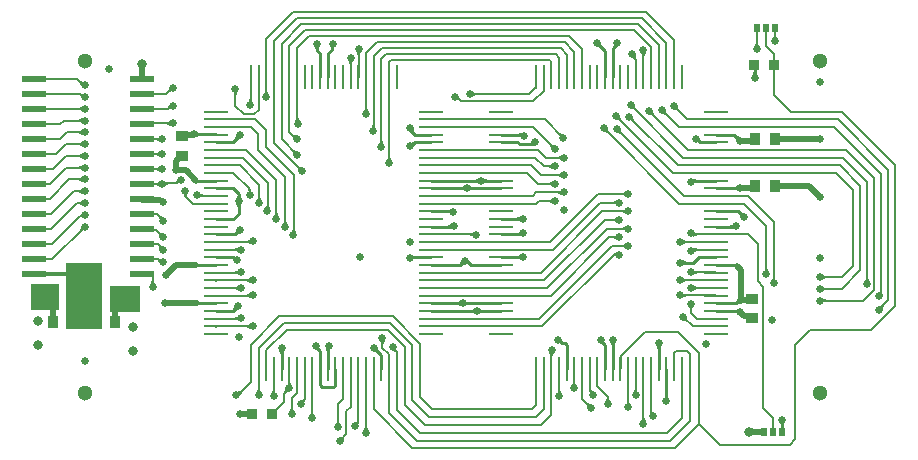
<source format=gtl>
%FSLAX44Y44*%
%MOMM*%
G71*
G01*
G75*
G04 Layer_Physical_Order=1*
G04 Layer_Color=255*
%ADD10R,0.9652X0.8890*%
%ADD11R,1.0160X0.9398*%
%ADD12R,1.0160X0.9400*%
%ADD13R,0.5080X0.7620*%
%ADD14R,0.2600X2.0000*%
%ADD15R,2.0000X0.2600*%
%ADD16R,0.9400X1.0160*%
%ADD17R,0.9398X1.0160*%
%ADD18R,2.0320X0.6096*%
%ADD19C,0.2032*%
%ADD20C,0.2540*%
%ADD21C,0.5080*%
%ADD22C,0.3048*%
%ADD23R,2.4804X2.2690*%
%ADD24R,2.5943X2.2690*%
%ADD25R,3.0073X5.6504*%
%ADD26C,1.3000*%
%ADD27C,0.6350*%
%ADD28C,0.8128*%
G36*
X1097374Y644532D02*
X1097410Y644248D01*
X1097470Y643970D01*
X1097555Y643697D01*
X1097663Y643429D01*
X1097796Y643168D01*
X1097953Y642911D01*
X1098134Y642661D01*
X1098339Y642416D01*
X1098568Y642177D01*
X1094123D01*
X1094353Y642416D01*
X1094558Y642661D01*
X1094739Y642911D01*
X1094895Y643168D01*
X1095028Y643429D01*
X1095137Y643697D01*
X1095221Y643970D01*
X1095282Y644248D01*
X1095318Y644532D01*
X1095330Y644822D01*
X1097362D01*
X1097374Y644532D01*
D02*
G37*
G36*
X511372Y646807D02*
X511611Y646603D01*
X511845Y646429D01*
X512074Y646283D01*
X512298Y646165D01*
X512516Y646077D01*
X512729Y646018D01*
X512936Y645987D01*
X513139Y645985D01*
X513336Y646012D01*
X510881Y642307D01*
X510838Y642477D01*
X510774Y642655D01*
X510688Y642841D01*
X510580Y643036D01*
X510451Y643239D01*
X510300Y643450D01*
X509933Y643898D01*
X509717Y644134D01*
X509479Y644378D01*
X511128Y647040D01*
X511372Y646807D01*
D02*
G37*
G36*
X1176412Y644435D02*
X1176423Y644147D01*
X1176458Y643864D01*
X1176516Y643584D01*
X1176598Y643309D01*
X1176703Y643037D01*
X1176831Y642770D01*
X1176982Y642506D01*
X1177157Y642247D01*
X1177355Y641992D01*
X1177577Y641741D01*
X1173136Y641934D01*
X1173372Y642161D01*
X1173584Y642395D01*
X1173770Y642636D01*
X1173932Y642885D01*
X1174069Y643141D01*
X1174181Y643404D01*
X1174268Y643674D01*
X1174330Y643952D01*
X1174367Y644236D01*
X1174380Y644528D01*
X1176412Y644435D01*
D02*
G37*
G36*
X652970Y640370D02*
X652711Y640585D01*
X652449Y640778D01*
X652183Y640947D01*
X651915Y641095D01*
X651644Y641219D01*
X651370Y641321D01*
X651092Y641401D01*
X650812Y641457D01*
X650529Y641491D01*
X650243Y641503D01*
X650082Y643534D01*
X650376Y643547D01*
X650660Y643585D01*
X650937Y643649D01*
X651205Y643737D01*
X651465Y643851D01*
X651716Y643991D01*
X651959Y644156D01*
X652194Y644346D01*
X652420Y644562D01*
X652638Y644802D01*
X652970Y640370D01*
D02*
G37*
G36*
X1019661Y644680D02*
X1019887Y644465D01*
X1020122Y644274D01*
X1020365Y644109D01*
X1020617Y643970D01*
X1020876Y643856D01*
X1021145Y643767D01*
X1021421Y643704D01*
X1021706Y643666D01*
X1021999Y643653D01*
X1021838Y641621D01*
X1021552Y641610D01*
X1021269Y641576D01*
X1020989Y641519D01*
X1020712Y641440D01*
X1020438Y641338D01*
X1020166Y641213D01*
X1019898Y641066D01*
X1019633Y640896D01*
X1019371Y640704D01*
X1019111Y640489D01*
X1019443Y644921D01*
X1019661Y644680D01*
D02*
G37*
G36*
X1137887Y647153D02*
X1138132Y646948D01*
X1138382Y646767D01*
X1138638Y646610D01*
X1138900Y646478D01*
X1139167Y646369D01*
X1139441Y646285D01*
X1139719Y646224D01*
X1140003Y646188D01*
X1140293Y646176D01*
Y644144D01*
X1140003Y644132D01*
X1139719Y644096D01*
X1139441Y644035D01*
X1139167Y643951D01*
X1138900Y643842D01*
X1138638Y643710D01*
X1138382Y643553D01*
X1138132Y643372D01*
X1137887Y643167D01*
X1137647Y642937D01*
Y647383D01*
X1137887Y647153D01*
D02*
G37*
G36*
X838458Y659551D02*
X838539Y659305D01*
X838638Y659061D01*
X838753Y658820D01*
X838886Y658581D01*
X839035Y658344D01*
X839201Y658111D01*
X839584Y657650D01*
X839800Y657424D01*
X838472Y655160D01*
X838238Y655379D01*
X838002Y655568D01*
X837765Y655727D01*
X837525Y655858D01*
X837284Y655958D01*
X837042Y656029D01*
X836798Y656071D01*
X836552Y656083D01*
X836305Y656066D01*
X836056Y656019D01*
X838393Y659800D01*
X838458Y659551D01*
D02*
G37*
G36*
X1019842Y659471D02*
X1020049Y659309D01*
X1020269Y659166D01*
X1020504Y659042D01*
X1020752Y658938D01*
X1021013Y658852D01*
X1021289Y658785D01*
X1021577Y658738D01*
X1021880Y658709D01*
X1022196Y658699D01*
Y656160D01*
X1021880Y656150D01*
X1021577Y656121D01*
X1021289Y656074D01*
X1021013Y656007D01*
X1020752Y655921D01*
X1020504Y655817D01*
X1020269Y655693D01*
X1020049Y655550D01*
X1019842Y655388D01*
X1019648Y655207D01*
Y659652D01*
X1019842Y659471D01*
D02*
G37*
G36*
X1090987Y652362D02*
X1091023Y652078D01*
X1091083Y651799D01*
X1091168Y651526D01*
X1091276Y651259D01*
X1091409Y650997D01*
X1091566Y650741D01*
X1091747Y650490D01*
X1091952Y650246D01*
X1092181Y650006D01*
X1087736D01*
X1087965Y650246D01*
X1088170Y650490D01*
X1088352Y650741D01*
X1088508Y650997D01*
X1088641Y651259D01*
X1088750Y651526D01*
X1088834Y651799D01*
X1088894Y652078D01*
X1088931Y652362D01*
X1088943Y652652D01*
X1090975D01*
X1090987Y652362D01*
D02*
G37*
G36*
X643564Y647033D02*
X643280Y647226D01*
X642714Y647551D01*
X642432Y647683D01*
X642150Y647795D01*
X641869Y647887D01*
X641587Y647958D01*
X641306Y648009D01*
X641026Y648039D01*
X640745Y648049D01*
X640368Y650081D01*
X640665Y650095D01*
X640950Y650135D01*
X641223Y650201D01*
X641484Y650294D01*
X641733Y650414D01*
X641970Y650560D01*
X642194Y650733D01*
X642407Y650933D01*
X642608Y651159D01*
X642796Y651411D01*
X643564Y647033D01*
D02*
G37*
G36*
X1029474Y651277D02*
X1029674Y651051D01*
X1029887Y650852D01*
X1030112Y650679D01*
X1030349Y650533D01*
X1030598Y650413D01*
X1030859Y650320D01*
X1031131Y650253D01*
X1031416Y650213D01*
X1031713Y650200D01*
X1031336Y648168D01*
X1031056Y648158D01*
X1030775Y648127D01*
X1030494Y648076D01*
X1030213Y648005D01*
X1029931Y647914D01*
X1029649Y647802D01*
X1029367Y647670D01*
X1029084Y647517D01*
X1028801Y647345D01*
X1028518Y647151D01*
X1029285Y651530D01*
X1029474Y651277D01*
D02*
G37*
G36*
X1137887Y627341D02*
X1138132Y627136D01*
X1138382Y626955D01*
X1138638Y626798D01*
X1138900Y626666D01*
X1139167Y626557D01*
X1139441Y626473D01*
X1139719Y626412D01*
X1140003Y626376D01*
X1140293Y626364D01*
Y624332D01*
X1140003Y624320D01*
X1139719Y624284D01*
X1139441Y624223D01*
X1139167Y624139D01*
X1138900Y624030D01*
X1138638Y623898D01*
X1138382Y623741D01*
X1138132Y623560D01*
X1137887Y623355D01*
X1137647Y623125D01*
Y627570D01*
X1137887Y627341D01*
D02*
G37*
G36*
X652970Y627370D02*
X652711Y627585D01*
X652449Y627778D01*
X652183Y627948D01*
X651915Y628095D01*
X651644Y628219D01*
X651370Y628321D01*
X651092Y628401D01*
X650812Y628457D01*
X650529Y628491D01*
X650243Y628503D01*
X650082Y630535D01*
X650376Y630547D01*
X650660Y630585D01*
X650937Y630649D01*
X651205Y630737D01*
X651465Y630852D01*
X651716Y630991D01*
X651959Y631156D01*
X652194Y631346D01*
X652420Y631562D01*
X652638Y631802D01*
X652970Y627370D01*
D02*
G37*
G36*
X1067551Y622822D02*
X1067318Y622870D01*
X1067085Y622889D01*
X1066854Y622879D01*
X1066623Y622841D01*
X1066392Y622773D01*
X1066163Y622677D01*
X1065934Y622551D01*
X1065705Y622397D01*
X1065478Y622214D01*
X1065251Y622002D01*
X1063868Y624211D01*
X1064090Y624442D01*
X1064480Y624906D01*
X1064647Y625137D01*
X1064795Y625368D01*
X1064926Y625600D01*
X1065037Y625831D01*
X1065131Y626062D01*
X1065206Y626293D01*
X1065262Y626524D01*
X1067551Y622822D01*
D02*
G37*
G36*
X830753Y620739D02*
X830553Y620914D01*
X830341Y621070D01*
X830116Y621208D01*
X829878Y621328D01*
X829627Y621430D01*
X829363Y621513D01*
X829086Y621577D01*
X828796Y621623D01*
X828494Y621651D01*
X828178Y621660D01*
X828087Y624200D01*
X828404Y624210D01*
X828706Y624239D01*
X828994Y624288D01*
X829267Y624357D01*
X829526Y624445D01*
X829771Y624553D01*
X830001Y624681D01*
X830217Y624828D01*
X830419Y624995D01*
X830606Y625181D01*
X830753Y620739D01*
D02*
G37*
G36*
X835472Y624995D02*
X835674Y624828D01*
X835890Y624681D01*
X836120Y624553D01*
X836365Y624445D01*
X836624Y624357D01*
X836897Y624288D01*
X837185Y624239D01*
X837487Y624210D01*
X837804Y624200D01*
X837712Y621660D01*
X837397Y621651D01*
X837094Y621623D01*
X836805Y621577D01*
X836528Y621513D01*
X836264Y621430D01*
X836013Y621328D01*
X835775Y621208D01*
X835550Y621070D01*
X835338Y620914D01*
X835138Y620739D01*
X835285Y625181D01*
X835472Y624995D01*
D02*
G37*
G36*
X1019661Y631680D02*
X1019887Y631465D01*
X1020122Y631274D01*
X1020365Y631110D01*
X1020617Y630970D01*
X1020876Y630856D01*
X1021145Y630767D01*
X1021421Y630704D01*
X1021706Y630666D01*
X1021999Y630653D01*
X1021838Y628621D01*
X1021552Y628610D01*
X1021269Y628576D01*
X1020989Y628519D01*
X1020712Y628440D01*
X1020438Y628338D01*
X1020166Y628213D01*
X1019898Y628066D01*
X1019633Y627896D01*
X1019371Y627704D01*
X1019111Y627489D01*
X1019443Y631921D01*
X1019661Y631680D01*
D02*
G37*
G36*
X1029210Y637964D02*
X1029450Y637757D01*
X1029697Y637573D01*
X1029950Y637414D01*
X1030209Y637280D01*
X1030475Y637170D01*
X1030747Y637084D01*
X1031025Y637023D01*
X1031309Y636986D01*
X1031600Y636974D01*
X1031561Y634942D01*
X1031272Y634930D01*
X1030988Y634894D01*
X1030709Y634835D01*
X1030435Y634752D01*
X1030166Y634645D01*
X1029902Y634514D01*
X1029642Y634359D01*
X1029388Y634181D01*
X1029139Y633979D01*
X1028894Y633753D01*
X1028976Y638197D01*
X1029210Y637964D01*
D02*
G37*
G36*
X571512Y641634D02*
X571549Y641349D01*
X571611Y641071D01*
X571697Y640800D01*
X571807Y640535D01*
X571942Y640277D01*
X572102Y640025D01*
X572287Y639780D01*
X572496Y639541D01*
X572729Y639309D01*
X568286Y639194D01*
X568510Y639441D01*
X568711Y639692D01*
X568889Y639948D01*
X569042Y640208D01*
X569172Y640473D01*
X569279Y640743D01*
X569362Y641018D01*
X569421Y641297D01*
X569456Y641581D01*
X569468Y641869D01*
X571500Y641925D01*
X571512Y641634D01*
D02*
G37*
G36*
X643187Y633634D02*
X642943Y633860D01*
X642693Y634062D01*
X642439Y634241D01*
X642180Y634395D01*
X641916Y634526D01*
X641647Y634633D01*
X641373Y634716D01*
X641094Y634776D01*
X640810Y634812D01*
X640521Y634823D01*
X640481Y636856D01*
X640772Y636868D01*
X641057Y636904D01*
X641335Y636965D01*
X641607Y637051D01*
X641872Y637161D01*
X642131Y637296D01*
X642384Y637455D01*
X642631Y637638D01*
X642872Y637846D01*
X643106Y638078D01*
X643187Y633634D01*
D02*
G37*
G36*
X1188233Y633837D02*
X1188238Y633378D01*
X1188345Y631750D01*
X1188394Y631394D01*
X1188519Y630744D01*
X1188595Y630450D01*
X1188679Y630176D01*
X1184834Y632220D01*
X1185094Y632308D01*
X1185326Y632419D01*
X1185531Y632555D01*
X1185709Y632716D01*
X1185860Y632901D01*
X1185983Y633110D01*
X1186078Y633344D01*
X1186147Y633603D01*
X1186188Y633886D01*
X1186201Y634194D01*
X1188233Y633837D01*
D02*
G37*
G36*
X1137887Y637247D02*
X1138132Y637042D01*
X1138382Y636861D01*
X1138638Y636704D01*
X1138900Y636572D01*
X1139167Y636463D01*
X1139441Y636379D01*
X1139719Y636318D01*
X1140003Y636282D01*
X1140293Y636270D01*
Y634238D01*
X1140003Y634226D01*
X1139719Y634190D01*
X1139441Y634129D01*
X1139167Y634045D01*
X1138900Y633936D01*
X1138638Y633804D01*
X1138382Y633647D01*
X1138132Y633466D01*
X1137887Y633261D01*
X1137647Y633032D01*
Y637477D01*
X1137887Y637247D01*
D02*
G37*
G36*
X834536Y656019D02*
X834286Y656066D01*
X834039Y656083D01*
X833793Y656071D01*
X833549Y656029D01*
X833307Y655958D01*
X833066Y655858D01*
X832827Y655727D01*
X832589Y655568D01*
X832353Y655379D01*
X832119Y655160D01*
X830791Y657424D01*
X831008Y657650D01*
X831390Y658111D01*
X831556Y658344D01*
X831705Y658581D01*
X831838Y658820D01*
X831953Y659061D01*
X832052Y659305D01*
X832133Y659551D01*
X832198Y659800D01*
X834536Y656019D01*
D02*
G37*
G36*
X882398Y679479D02*
X882176Y679603D01*
X881944Y679713D01*
X881701Y679811D01*
X881449Y679896D01*
X881186Y679967D01*
X880913Y680026D01*
X880337Y680104D01*
X880033Y680124D01*
X879720Y680130D01*
X878985Y682670D01*
X879306Y682681D01*
X879606Y682714D01*
X879886Y682770D01*
X880146Y682848D01*
X880385Y682947D01*
X880604Y683070D01*
X880802Y683214D01*
X880980Y683380D01*
X881138Y683569D01*
X881275Y683780D01*
X882398Y679479D01*
D02*
G37*
G36*
X1029596Y683530D02*
X1029763Y683296D01*
X1029947Y683090D01*
X1030148Y682911D01*
X1030366Y682760D01*
X1030600Y682636D01*
X1030851Y682540D01*
X1031119Y682471D01*
X1031403Y682430D01*
X1031704Y682416D01*
X1031565Y680384D01*
X1031194Y680376D01*
X1030470Y680308D01*
X1030118Y680249D01*
X1029433Y680081D01*
X1029100Y679971D01*
X1028453Y679702D01*
X1028140Y679542D01*
X1029445Y683791D01*
X1029596Y683530D01*
D02*
G37*
G36*
X842108Y679042D02*
X841878Y679276D01*
X841641Y679486D01*
X841398Y679672D01*
X841147Y679832D01*
X840890Y679968D01*
X840626Y680079D01*
X840355Y680166D01*
X840078Y680228D01*
X839793Y680265D01*
X839502Y680277D01*
X839574Y682309D01*
X839862Y682321D01*
X840146Y682356D01*
X840425Y682415D01*
X840700Y682497D01*
X840971Y682603D01*
X841237Y682732D01*
X841499Y682885D01*
X841756Y683061D01*
X842009Y683261D01*
X842257Y683484D01*
X842108Y679042D01*
D02*
G37*
G36*
X963441Y676647D02*
X963201Y676876D01*
X962956Y677081D01*
X962706Y677262D01*
X962450Y677419D01*
X962188Y677552D01*
X961920Y677660D01*
X961647Y677745D01*
X961369Y677805D01*
X961085Y677841D01*
X960795Y677853D01*
Y679885D01*
X961085Y679898D01*
X961369Y679934D01*
X961647Y679994D01*
X961920Y680078D01*
X962188Y680187D01*
X962450Y680320D01*
X962706Y680477D01*
X962956Y680658D01*
X963201Y680863D01*
X963441Y681092D01*
Y676647D01*
D02*
G37*
G36*
X576994Y682925D02*
X577220Y682750D01*
X577460Y682596D01*
X577713Y682462D01*
X577979Y682350D01*
X578257Y682259D01*
X578549Y682188D01*
X578855Y682139D01*
X579173Y682111D01*
X579504Y682104D01*
X576361Y678961D01*
X576354Y679292D01*
X576326Y679611D01*
X576277Y679916D01*
X576206Y680208D01*
X576115Y680487D01*
X576003Y680752D01*
X575869Y681005D01*
X575715Y681245D01*
X575540Y681471D01*
X575343Y681685D01*
X576780Y683122D01*
X576994Y682925D01*
D02*
G37*
G36*
X644062Y681924D02*
X643813Y681970D01*
X643566Y681988D01*
X643320Y681975D01*
X643075Y681934D01*
X642833Y681863D01*
X642592Y681762D01*
X642353Y681632D01*
X642115Y681472D01*
X641880Y681283D01*
X641645Y681064D01*
X640317Y683328D01*
X640534Y683555D01*
X640917Y684015D01*
X641083Y684249D01*
X641232Y684485D01*
X641364Y684724D01*
X641480Y684965D01*
X641578Y685209D01*
X641660Y685455D01*
X641725Y685704D01*
X644062Y681924D01*
D02*
G37*
G36*
X823133Y685784D02*
X822927Y685950D01*
X822709Y686099D01*
X822478Y686231D01*
X822235Y686345D01*
X821981Y686441D01*
X821714Y686520D01*
X821436Y686581D01*
X821145Y686625D01*
X820842Y686651D01*
X820527Y686660D01*
X820314Y689200D01*
X820631Y689210D01*
X820933Y689241D01*
X821220Y689291D01*
X821491Y689362D01*
X821746Y689454D01*
X821986Y689566D01*
X822211Y689698D01*
X822420Y689850D01*
X822614Y690023D01*
X822792Y690216D01*
X823133Y685784D01*
D02*
G37*
G36*
X1062256Y685798D02*
X1062047Y685962D01*
X1061827Y686108D01*
X1061595Y686238D01*
X1061351Y686350D01*
X1061096Y686444D01*
X1060829Y686522D01*
X1060549Y686582D01*
X1060258Y686626D01*
X1059956Y686651D01*
X1059641Y686660D01*
X1059391Y689200D01*
X1059708Y689210D01*
X1060010Y689241D01*
X1060296Y689292D01*
X1060566Y689364D01*
X1060821Y689456D01*
X1061059Y689569D01*
X1061282Y689702D01*
X1061489Y689856D01*
X1061681Y690030D01*
X1061856Y690225D01*
X1062256Y685798D01*
D02*
G37*
G36*
X971078Y683977D02*
X970838Y684206D01*
X970593Y684411D01*
X970343Y684592D01*
X970087Y684749D01*
X969825Y684882D01*
X969557Y684990D01*
X969285Y685074D01*
X969006Y685135D01*
X968722Y685171D01*
X968432Y685183D01*
Y687215D01*
X968722Y687227D01*
X969006Y687263D01*
X969285Y687324D01*
X969557Y687408D01*
X969825Y687517D01*
X970087Y687650D01*
X970343Y687806D01*
X970593Y687987D01*
X970838Y688192D01*
X971078Y688422D01*
Y683977D01*
D02*
G37*
G36*
X691077Y685583D02*
X691088Y685300D01*
X691120Y685018D01*
X691174Y684737D01*
X691249Y684458D01*
X691347Y684180D01*
X691465Y683903D01*
X691605Y683627D01*
X691767Y683353D01*
X691951Y683081D01*
X692156Y682809D01*
X687744Y683353D01*
X687991Y683557D01*
X688212Y683771D01*
X688407Y683996D01*
X688577Y684230D01*
X688720Y684474D01*
X688837Y684729D01*
X688928Y684994D01*
X688993Y685268D01*
X689032Y685553D01*
X689045Y685848D01*
X691077Y685583D01*
D02*
G37*
G36*
X512812Y684742D02*
X512480Y684735D01*
X512162Y684707D01*
X511857Y684658D01*
X511565Y684587D01*
X511286Y684496D01*
X511020Y684384D01*
X510767Y684250D01*
X510528Y684096D01*
X510301Y683921D01*
X510088Y683724D01*
X508651Y685161D01*
X508847Y685375D01*
X509023Y685601D01*
X509177Y685841D01*
X509310Y686094D01*
X509423Y686359D01*
X509514Y686638D01*
X509584Y686930D01*
X509633Y687235D01*
X509661Y687554D01*
X509669Y687885D01*
X512812Y684742D01*
D02*
G37*
G36*
X640006Y662035D02*
X638552Y659878D01*
X637362Y661002D01*
X639158Y662798D01*
X640006Y662035D01*
D02*
G37*
G36*
X963228Y662227D02*
X963065Y662411D01*
X962885Y662575D01*
X962688Y662720D01*
X962474Y662846D01*
X962243Y662952D01*
X961995Y663039D01*
X961730Y663107D01*
X961448Y663155D01*
X961149Y663184D01*
X960834Y663194D01*
Y665226D01*
X961149Y665236D01*
X961448Y665265D01*
X961730Y665313D01*
X961995Y665381D01*
X962243Y665468D01*
X962474Y665574D01*
X962688Y665700D01*
X962885Y665845D01*
X963065Y666009D01*
X963228Y666193D01*
Y662227D01*
D02*
G37*
G36*
X881937Y659724D02*
X881735Y659896D01*
X881520Y660050D01*
X881293Y660186D01*
X881053Y660304D01*
X880801Y660404D01*
X880536Y660485D01*
X880259Y660548D01*
X879969Y660594D01*
X879666Y660621D01*
X879351Y660630D01*
X879217Y663170D01*
X879534Y663180D01*
X879836Y663210D01*
X880124Y663259D01*
X880396Y663329D01*
X880654Y663418D01*
X880897Y663528D01*
X881125Y663657D01*
X881339Y663806D01*
X881538Y663975D01*
X881722Y664164D01*
X881937Y659724D01*
D02*
G37*
G36*
X576011Y660829D02*
X576241Y660658D01*
X576476Y660521D01*
X576716Y660418D01*
X576961Y660349D01*
X577211Y660315D01*
X577465Y660314D01*
X577725Y660348D01*
X577990Y660416D01*
X578259Y660519D01*
X576604Y656394D01*
X576466Y656712D01*
X576026Y657579D01*
X575869Y657840D01*
X575542Y658320D01*
X575371Y658538D01*
X575014Y658933D01*
X575786Y661034D01*
X576011Y660829D01*
D02*
G37*
G36*
X790573Y663874D02*
X790787Y663720D01*
X791014Y663584D01*
X791254Y663466D01*
X791506Y663366D01*
X791771Y663285D01*
X792048Y663222D01*
X792338Y663176D01*
X792641Y663149D01*
X792956Y663140D01*
X793090Y660600D01*
X792773Y660590D01*
X792471Y660560D01*
X792184Y660511D01*
X791911Y660441D01*
X791653Y660352D01*
X791410Y660242D01*
X791182Y660113D01*
X790968Y659964D01*
X790769Y659795D01*
X790585Y659606D01*
X790371Y664046D01*
X790573Y663874D01*
D02*
G37*
G36*
X1027947Y669798D02*
X1028565Y669647D01*
X1028903Y669586D01*
X1030028Y669458D01*
X1030440Y669435D01*
X1031322Y669416D01*
X1031666Y667384D01*
X1031359Y667370D01*
X1031076Y667329D01*
X1030817Y667261D01*
X1030582Y667165D01*
X1030371Y667041D01*
X1030184Y666891D01*
X1030022Y666712D01*
X1029883Y666507D01*
X1029768Y666274D01*
X1029678Y666014D01*
X1027665Y669887D01*
X1027947Y669798D01*
D02*
G37*
G36*
X1019954Y677029D02*
X1020190Y676818D01*
X1020433Y676633D01*
X1020684Y676472D01*
X1020941Y676336D01*
X1021205Y676225D01*
X1021475Y676138D01*
X1021753Y676076D01*
X1022038Y676039D01*
X1022329Y676027D01*
X1022254Y673995D01*
X1021966Y673983D01*
X1021682Y673948D01*
X1021403Y673889D01*
X1021128Y673807D01*
X1020857Y673701D01*
X1020591Y673572D01*
X1020329Y673420D01*
X1020071Y673244D01*
X1019818Y673044D01*
X1019569Y672821D01*
X1019724Y677264D01*
X1019954Y677029D01*
D02*
G37*
G36*
X653089Y672989D02*
X652829Y673204D01*
X652567Y673396D01*
X652302Y673566D01*
X652033Y673713D01*
X651762Y673838D01*
X651488Y673940D01*
X651211Y674019D01*
X650931Y674076D01*
X650648Y674110D01*
X650362Y674121D01*
X650201Y676153D01*
X650494Y676166D01*
X650779Y676204D01*
X651055Y676267D01*
X651323Y676356D01*
X651583Y676470D01*
X651835Y676609D01*
X652078Y676774D01*
X652312Y676965D01*
X652539Y677180D01*
X652757Y677421D01*
X653089Y672989D01*
D02*
G37*
G36*
X971078Y669317D02*
X970838Y669546D01*
X970593Y669752D01*
X970343Y669932D01*
X970087Y670089D01*
X969825Y670222D01*
X969557Y670331D01*
X969285Y670415D01*
X969006Y670475D01*
X968722Y670512D01*
X968432Y670524D01*
Y672556D01*
X968722Y672568D01*
X969006Y672604D01*
X969285Y672664D01*
X969557Y672749D01*
X969825Y672857D01*
X970087Y672990D01*
X970343Y673147D01*
X970593Y673328D01*
X970838Y673533D01*
X971078Y673762D01*
Y669317D01*
D02*
G37*
G36*
X643306Y666253D02*
X643061Y666479D01*
X642812Y666681D01*
X642558Y666859D01*
X642298Y667014D01*
X642034Y667145D01*
X641765Y667252D01*
X641491Y667335D01*
X641212Y667394D01*
X640928Y667430D01*
X640639Y667442D01*
X640600Y669474D01*
X640891Y669486D01*
X641175Y669523D01*
X641453Y669584D01*
X641725Y669670D01*
X641991Y669780D01*
X642250Y669914D01*
X642503Y670073D01*
X642750Y670257D01*
X642990Y670464D01*
X643224Y670697D01*
X643306Y666253D01*
D02*
G37*
G36*
X577001Y672271D02*
X577228Y672095D01*
X577468Y671941D01*
X577720Y671807D01*
X577986Y671694D01*
X578265Y671603D01*
X578557Y671532D01*
X578863Y671482D01*
X579181Y671453D01*
X579512Y671445D01*
X576361Y668311D01*
X576355Y668642D01*
X576327Y668960D01*
X576279Y669265D01*
X576209Y669557D01*
X576118Y669836D01*
X576006Y670101D01*
X575873Y670354D01*
X575719Y670594D01*
X575544Y670820D01*
X575347Y671034D01*
X576788Y672467D01*
X577001Y672271D01*
D02*
G37*
G36*
X1006779Y544756D02*
X1006808Y544453D01*
X1006856Y544165D01*
X1006922Y543889D01*
X1007008Y543628D01*
X1007113Y543380D01*
X1007237Y543145D01*
X1007380Y542925D01*
X1007542Y542718D01*
X1007722Y542524D01*
X1003278Y542524D01*
X1003458Y542718D01*
X1003620Y542925D01*
X1003763Y543145D01*
X1003887Y543380D01*
X1003992Y543628D01*
X1004078Y543889D01*
X1004144Y544165D01*
X1004192Y544453D01*
X1004221Y544756D01*
X1004230Y545072D01*
X1006770Y545072D01*
X1006779Y544756D01*
D02*
G37*
G36*
X941708Y549856D02*
X942170Y549480D01*
X942408Y549319D01*
X942650Y549175D01*
X942896Y549048D01*
X943146Y548939D01*
X943400Y548847D01*
X943659Y548773D01*
X943922Y548716D01*
X940371Y546673D01*
X940443Y546911D01*
X940488Y547145D01*
X940503Y547375D01*
X940490Y547601D01*
X940449Y547822D01*
X940378Y548039D01*
X940280Y548252D01*
X940153Y548461D01*
X939997Y548666D01*
X939813Y548867D01*
X941483Y550070D01*
X941708Y549856D01*
D02*
G37*
G36*
X956830Y542595D02*
X956866Y542311D01*
X956927Y542033D01*
X957011Y541759D01*
X957120Y541492D01*
X957252Y541230D01*
X957409Y540974D01*
X957590Y540724D01*
X957795Y540479D01*
X958025Y540239D01*
X953579D01*
X953809Y540479D01*
X954014Y540724D01*
X954195Y540974D01*
X954352Y541230D01*
X954484Y541492D01*
X954593Y541759D01*
X954677Y542033D01*
X954738Y542311D01*
X954774Y542595D01*
X954786Y542885D01*
X956818D01*
X956830Y542595D01*
D02*
G37*
G36*
X974065Y539559D02*
X974102Y539275D01*
X974163Y538996D01*
X974248Y538724D01*
X974357Y538458D01*
X974491Y538198D01*
X974649Y537943D01*
X974832Y537695D01*
X975039Y537453D01*
X975270Y537217D01*
X970825Y537165D01*
X971052Y537408D01*
X971256Y537656D01*
X971435Y537909D01*
X971590Y538167D01*
X971722Y538430D01*
X971830Y538698D01*
X971913Y538972D01*
X971973Y539251D01*
X972009Y539535D01*
X972021Y539824D01*
X974053Y539849D01*
X974065Y539559D01*
D02*
G37*
G36*
X699682Y540918D02*
X699480Y540696D01*
X699307Y540466D01*
X699165Y540227D01*
X699054Y539980D01*
X698972Y539725D01*
X698921Y539461D01*
X698899Y539188D01*
X698908Y538908D01*
X698948Y538618D01*
X699017Y538321D01*
X695164Y540538D01*
X695498Y540631D01*
X696121Y540849D01*
X696410Y540974D01*
X696944Y541255D01*
X697188Y541411D01*
X697418Y541578D01*
X697633Y541755D01*
X697833Y541942D01*
X699682Y540918D01*
D02*
G37*
G36*
X915733Y549258D02*
X915770Y548973D01*
X915833Y548696D01*
X915922Y548427D01*
X916035Y548167D01*
X916174Y547914D01*
X916338Y547669D01*
X916526Y547432D01*
X916741Y547203D01*
X916980Y546982D01*
X912544Y546696D01*
X912762Y546953D01*
X912956Y547213D01*
X913128Y547476D01*
X913276Y547743D01*
X913402Y548013D01*
X913505Y548286D01*
X913585Y548562D01*
X913642Y548842D01*
X913677Y549126D01*
X913688Y549412D01*
X915720Y549550D01*
X915733Y549258D01*
D02*
G37*
G36*
X661456Y550279D02*
X661494Y549995D01*
X661557Y549718D01*
X661646Y549450D01*
X661759Y549190D01*
X661899Y548938D01*
X662063Y548694D01*
X662253Y548459D01*
X662468Y548232D01*
X662709Y548013D01*
X658275Y547695D01*
X658491Y547953D01*
X658684Y548215D01*
X658854Y548480D01*
X659002Y548747D01*
X659127Y549018D01*
X659229Y549292D01*
X659309Y549569D01*
X659366Y549849D01*
X659400Y550132D01*
X659411Y550419D01*
X661443Y550572D01*
X661456Y550279D01*
D02*
G37*
G36*
X646080Y547454D02*
X645809Y547174D01*
X645312Y546598D01*
X645086Y546302D01*
X644678Y545696D01*
X644497Y545386D01*
X644178Y544750D01*
X644042Y544425D01*
X642315Y548521D01*
X642588Y548422D01*
X642856Y548357D01*
X643119Y548326D01*
X643376Y548329D01*
X643627Y548365D01*
X643874Y548435D01*
X644115Y548539D01*
X644350Y548676D01*
X644580Y548848D01*
X644805Y549053D01*
X646080Y547454D01*
D02*
G37*
G36*
X980478Y549984D02*
X980490Y549695D01*
X980526Y549411D01*
X980586Y549132D01*
X980669Y548858D01*
X980777Y548590D01*
X980908Y548326D01*
X981064Y548068D01*
X981243Y547815D01*
X981446Y547567D01*
X981674Y547325D01*
X977229Y547378D01*
X977460Y547614D01*
X977667Y547856D01*
X977850Y548104D01*
X978008Y548358D01*
X978142Y548618D01*
X978251Y548884D01*
X978336Y549157D01*
X978397Y549435D01*
X978434Y549719D01*
X978446Y550010D01*
X980478Y549984D01*
D02*
G37*
G36*
X674039Y549423D02*
X674051Y549136D01*
X674085Y548853D01*
X674143Y548573D01*
X674223Y548297D01*
X674327Y548024D01*
X674454Y547755D01*
X674604Y547490D01*
X674777Y547228D01*
X674973Y546970D01*
X675191Y546716D01*
X670753Y546964D01*
X670992Y547187D01*
X671205Y547419D01*
X671393Y547657D01*
X671556Y547904D01*
X671694Y548158D01*
X671806Y548420D01*
X671894Y548689D01*
X671957Y548966D01*
X671994Y549251D01*
X672007Y549543D01*
X674039Y549423D01*
D02*
G37*
G36*
X686022Y547751D02*
X685691Y547744D01*
X685373Y547716D01*
X685068Y547667D01*
X684775Y547596D01*
X684497Y547505D01*
X684231Y547393D01*
X683978Y547260D01*
X683738Y547105D01*
X683512Y546930D01*
X683298Y546734D01*
X681861Y548170D01*
X682058Y548384D01*
X682233Y548610D01*
X682388Y548850D01*
X682521Y549103D01*
X682633Y549369D01*
X682724Y549647D01*
X682795Y549940D01*
X682844Y550245D01*
X682872Y550563D01*
X682879Y550894D01*
X686022Y547751D01*
D02*
G37*
G36*
X1105856Y522051D02*
X1105675Y521858D01*
X1105513Y521651D01*
X1105370Y521430D01*
X1105246Y521196D01*
X1105141Y520948D01*
X1105055Y520687D01*
X1104989Y520412D01*
X1104941Y520123D01*
X1104912Y519821D01*
X1104903Y519505D01*
X1102363Y519507D01*
X1102354Y519823D01*
X1102325Y520126D01*
X1102277Y520414D01*
X1102211Y520690D01*
X1102125Y520951D01*
X1102020Y521199D01*
X1101897Y521434D01*
X1101754Y521655D01*
X1101592Y521862D01*
X1101411Y522056D01*
X1105856Y522051D01*
D02*
G37*
G36*
X728484Y523037D02*
X728520Y522753D01*
X728581Y522475D01*
X728665Y522201D01*
X728774Y521934D01*
X728906Y521672D01*
X729063Y521416D01*
X729244Y521166D01*
X729449Y520921D01*
X729678Y520681D01*
X725234D01*
X725463Y520921D01*
X725668Y521166D01*
X725849Y521416D01*
X726006Y521672D01*
X726138Y521934D01*
X726247Y522201D01*
X726331Y522475D01*
X726392Y522753D01*
X726428Y523037D01*
X726440Y523327D01*
X728472D01*
X728484Y523037D01*
D02*
G37*
G36*
X752155Y518480D02*
X752167Y518191D01*
X752203Y517907D01*
X752262Y517628D01*
X752345Y517354D01*
X752452Y517085D01*
X752583Y516820D01*
X752738Y516561D01*
X752916Y516306D01*
X753118Y516057D01*
X753344Y515812D01*
X748900Y515898D01*
X749132Y516132D01*
X749340Y516372D01*
X749523Y516618D01*
X749682Y516871D01*
X749817Y517131D01*
X749927Y517396D01*
X750013Y517668D01*
X750074Y517946D01*
X750111Y518230D01*
X750123Y518521D01*
X752155Y518480D01*
D02*
G37*
G36*
X733173Y509232D02*
X732976Y509018D01*
X732801Y508792D01*
X732646Y508552D01*
X732513Y508299D01*
X732401Y508033D01*
X732310Y507755D01*
X732239Y507462D01*
X732190Y507157D01*
X732162Y506839D01*
X732155Y506508D01*
X729012Y509651D01*
X729343Y509658D01*
X729661Y509686D01*
X729966Y509735D01*
X730258Y509806D01*
X730537Y509897D01*
X730803Y510009D01*
X731056Y510142D01*
X731296Y510297D01*
X731522Y510472D01*
X731736Y510668D01*
X733173Y509232D01*
D02*
G37*
G36*
X1078229Y517089D02*
X1078352Y517037D01*
X1078518Y516991D01*
X1078725Y516951D01*
X1078975Y516918D01*
X1079601Y516869D01*
X1080857Y516842D01*
Y511762D01*
X1080396Y511759D01*
X1078725Y511652D01*
X1078518Y511612D01*
X1078352Y511567D01*
X1078229Y511515D01*
X1078148Y511457D01*
Y517146D01*
X1078229Y517089D01*
D02*
G37*
G36*
X745418Y521553D02*
X745237Y521364D01*
X744946Y521008D01*
X744836Y520841D01*
X744749Y520682D01*
X744686Y520530D01*
X744646Y520385D01*
X744630Y520248D01*
X744637Y520118D01*
X744668Y519996D01*
X742305Y522035D01*
X742430Y522023D01*
X742565Y522034D01*
X742709Y522070D01*
X742862Y522130D01*
X743025Y522213D01*
X743197Y522321D01*
X743379Y522452D01*
X743570Y522607D01*
X743982Y522990D01*
X745418Y521553D01*
D02*
G37*
G36*
X689369Y534284D02*
X689407Y533999D01*
X689471Y533723D01*
X689559Y533455D01*
X689674Y533196D01*
X689814Y532945D01*
X689979Y532703D01*
X690170Y532469D01*
X690386Y532244D01*
X690628Y532028D01*
X686197Y531672D01*
X686411Y531933D01*
X686603Y532197D01*
X686772Y532463D01*
X686918Y532732D01*
X687042Y533004D01*
X687144Y533279D01*
X687223Y533556D01*
X687279Y533836D01*
X687313Y534119D01*
X687324Y534405D01*
X689356Y534577D01*
X689369Y534284D01*
D02*
G37*
G36*
X939290Y538412D02*
X939516Y538237D01*
X939756Y538082D01*
X940009Y537949D01*
X940275Y537837D01*
X940554Y537746D01*
X940846Y537675D01*
X941151Y537626D01*
X941469Y537598D01*
X941800Y537591D01*
X938657Y534448D01*
X938650Y534779D01*
X938622Y535097D01*
X938573Y535402D01*
X938502Y535695D01*
X938411Y535973D01*
X938299Y536239D01*
X938166Y536492D01*
X938011Y536732D01*
X937836Y536958D01*
X937639Y537172D01*
X939076Y538609D01*
X939290Y538412D01*
D02*
G37*
G36*
X993530Y532098D02*
X993571Y531814D01*
X993640Y531553D01*
X993737Y531315D01*
X993861Y531100D01*
X994012Y530907D01*
X994192Y530737D01*
X994398Y530590D01*
X994633Y530465D01*
X994895Y530363D01*
X990929Y528461D01*
X991034Y528764D01*
X991212Y529411D01*
X991284Y529755D01*
X991395Y530483D01*
X991462Y531265D01*
X991484Y532101D01*
X993516Y532404D01*
X993530Y532098D01*
D02*
G37*
G36*
X987042Y525836D02*
X987078Y525551D01*
X987139Y525273D01*
X987224Y525000D01*
X987333Y524733D01*
X987466Y524472D01*
X987623Y524217D01*
X987805Y523967D01*
X988010Y523723D01*
X988241Y523485D01*
X983795Y523466D01*
X984024Y523706D01*
X984228Y523952D01*
X984409Y524203D01*
X984565Y524460D01*
X984697Y524723D01*
X984806Y524991D01*
X984890Y525264D01*
X984950Y525542D01*
X984986Y525827D01*
X984998Y526116D01*
X987030Y526126D01*
X987042Y525836D01*
D02*
G37*
G36*
X706545Y530545D02*
X706556Y530258D01*
X706591Y529975D01*
X706649Y529695D01*
X706730Y529419D01*
X706834Y529147D01*
X706961Y528878D01*
X707111Y528613D01*
X707284Y528352D01*
X707480Y528094D01*
X707699Y527840D01*
X703261Y528079D01*
X703499Y528304D01*
X703712Y528535D01*
X703899Y528774D01*
X704062Y529021D01*
X704200Y529276D01*
X704313Y529538D01*
X704400Y529807D01*
X704463Y530084D01*
X704501Y530369D01*
X704513Y530661D01*
X706545Y530545D01*
D02*
G37*
G36*
X687143Y555813D02*
X687155Y555525D01*
X687190Y555241D01*
X687250Y554962D01*
X687333Y554687D01*
X687439Y554418D01*
X687570Y554153D01*
X687724Y553893D01*
X687901Y553638D01*
X688103Y553387D01*
X688328Y553142D01*
X683884Y553244D01*
X684117Y553477D01*
X684326Y553716D01*
X684510Y553962D01*
X684669Y554214D01*
X684804Y554473D01*
X684915Y554738D01*
X685001Y555009D01*
X685062Y555287D01*
X685099Y555572D01*
X685111Y555863D01*
X687143Y555813D01*
D02*
G37*
G36*
X1064608Y614002D02*
X1064493Y614216D01*
X1064355Y614408D01*
X1064194Y614577D01*
X1064009Y614724D01*
X1063802Y614848D01*
X1063572Y614949D01*
X1063318Y615028D01*
X1063042Y615085D01*
X1062743Y615119D01*
X1062420Y615130D01*
X1063449Y617670D01*
X1063764Y617675D01*
X1064361Y617716D01*
X1064644Y617752D01*
X1065177Y617855D01*
X1065427Y617922D01*
X1065895Y618086D01*
X1066114Y618184D01*
X1064608Y614002D01*
D02*
G37*
G36*
X842929Y614112D02*
X842743Y614300D01*
X842543Y614468D01*
X842328Y614616D01*
X842099Y614744D01*
X841855Y614853D01*
X841597Y614942D01*
X841324Y615011D01*
X841036Y615061D01*
X840734Y615090D01*
X840418Y615100D01*
X840532Y617640D01*
X840848Y617649D01*
X841150Y617677D01*
X841440Y617722D01*
X841717Y617786D01*
X841982Y617868D01*
X842233Y617969D01*
X842472Y618087D01*
X842698Y618224D01*
X842912Y618380D01*
X843113Y618553D01*
X842929Y614112D01*
D02*
G37*
G36*
X643564Y608033D02*
X643280Y608226D01*
X642714Y608551D01*
X642432Y608684D01*
X642150Y608795D01*
X641869Y608887D01*
X641587Y608958D01*
X641306Y609009D01*
X641026Y609039D01*
X640745Y609049D01*
X640368Y611082D01*
X640665Y611095D01*
X640950Y611135D01*
X641223Y611201D01*
X641484Y611294D01*
X641733Y611414D01*
X641970Y611560D01*
X642194Y611733D01*
X642407Y611933D01*
X642608Y612159D01*
X642796Y612411D01*
X643564Y608033D01*
D02*
G37*
G36*
X652970Y601370D02*
X652711Y601585D01*
X652449Y601778D01*
X652183Y601948D01*
X651915Y602095D01*
X651644Y602219D01*
X651370Y602321D01*
X651092Y602401D01*
X650812Y602457D01*
X650529Y602491D01*
X650243Y602503D01*
X650082Y604534D01*
X650376Y604547D01*
X650660Y604585D01*
X650937Y604649D01*
X651205Y604737D01*
X651465Y604851D01*
X651716Y604991D01*
X651959Y605156D01*
X652194Y605346D01*
X652420Y605562D01*
X652638Y605802D01*
X652970Y601370D01*
D02*
G37*
G36*
X1022643Y611451D02*
X1022671Y611133D01*
X1022720Y610828D01*
X1022791Y610536D01*
X1022882Y610257D01*
X1022994Y609991D01*
X1023127Y609739D01*
X1023282Y609499D01*
X1023457Y609272D01*
X1023653Y609059D01*
X1022217Y607622D01*
X1022003Y607818D01*
X1021777Y607994D01*
X1021537Y608148D01*
X1021284Y608281D01*
X1021018Y608394D01*
X1020740Y608485D01*
X1020447Y608555D01*
X1020142Y608604D01*
X1019824Y608633D01*
X1019493Y608640D01*
X1022636Y611783D01*
X1022643Y611451D01*
D02*
G37*
G36*
X847661Y618380D02*
X847874Y618224D01*
X848101Y618087D01*
X848339Y617969D01*
X848591Y617868D01*
X848856Y617786D01*
X849133Y617722D01*
X849423Y617677D01*
X849725Y617649D01*
X850040Y617640D01*
X850155Y615100D01*
X849838Y615090D01*
X849536Y615061D01*
X849249Y615011D01*
X848976Y614942D01*
X848717Y614853D01*
X848473Y614744D01*
X848244Y614616D01*
X848029Y614468D01*
X847829Y614300D01*
X847644Y614112D01*
X847460Y618553D01*
X847661Y618380D01*
D02*
G37*
G36*
X550405Y618159D02*
X550319Y618243D01*
X550192Y618319D01*
X550024Y618385D01*
X549814Y618442D01*
X549563Y618491D01*
X549270Y618531D01*
X548560Y618584D01*
X547685Y618602D01*
X548646Y623682D01*
X551221Y623790D01*
X550405Y618159D01*
D02*
G37*
G36*
X475802Y625258D02*
X475927Y625200D01*
X476095Y625148D01*
X476304Y625103D01*
X476555Y625066D01*
X477183Y625011D01*
X477977Y624983D01*
X478438Y624980D01*
X478212Y619900D01*
X477751Y619897D01*
X475880Y619771D01*
X475718Y619732D01*
X475598Y619687D01*
X475522Y619637D01*
X475718Y625323D01*
X475802Y625258D01*
D02*
G37*
G36*
X1189776Y620649D02*
X1189578Y620434D01*
X1189404Y620206D01*
X1189252Y619966D01*
X1189124Y619713D01*
X1189019Y619448D01*
X1188936Y619171D01*
X1188878Y618882D01*
X1188842Y618580D01*
X1188829Y618266D01*
X1188840Y617939D01*
X1185524Y620900D01*
X1185859Y620925D01*
X1186180Y620969D01*
X1186487Y621032D01*
X1186781Y621114D01*
X1187061Y621215D01*
X1187327Y621334D01*
X1187579Y621472D01*
X1187818Y621629D01*
X1188042Y621805D01*
X1188253Y622000D01*
X1189776Y620649D01*
D02*
G37*
G36*
X642636Y617845D02*
X642373Y617813D01*
X642114Y617761D01*
X641859Y617689D01*
X641607Y617596D01*
X641359Y617482D01*
X641115Y617348D01*
X640875Y617193D01*
X640639Y617018D01*
X640407Y616822D01*
X640178Y616605D01*
X638204Y618224D01*
X638422Y618456D01*
X638614Y618691D01*
X638779Y618929D01*
X638920Y619171D01*
X639035Y619416D01*
X639123Y619665D01*
X639187Y619916D01*
X639224Y620172D01*
X639236Y620430D01*
X639223Y620692D01*
X642636Y617845D01*
D02*
G37*
G36*
X1028187Y620234D02*
X1027982Y619989D01*
X1027801Y619739D01*
X1027645Y619483D01*
X1027512Y619221D01*
X1027403Y618954D01*
X1027319Y618681D01*
X1027258Y618402D01*
X1027222Y618118D01*
X1027210Y617828D01*
X1025178D01*
X1025166Y618118D01*
X1025130Y618402D01*
X1025070Y618681D01*
X1024985Y618954D01*
X1024876Y619221D01*
X1024744Y619483D01*
X1024587Y619739D01*
X1024406Y619989D01*
X1024201Y620234D01*
X1023972Y620474D01*
X1028417D01*
X1028187Y620234D01*
D02*
G37*
G36*
X776672Y585078D02*
X776633Y584788D01*
X776623Y584508D01*
X776645Y584235D01*
X776696Y583971D01*
X776778Y583716D01*
X776889Y583469D01*
X777031Y583230D01*
X777204Y583000D01*
X777406Y582778D01*
X775557Y581754D01*
X775357Y581941D01*
X775142Y582118D01*
X774912Y582285D01*
X774668Y582441D01*
X774408Y582587D01*
X774134Y582722D01*
X773541Y582961D01*
X773222Y583065D01*
X772888Y583158D01*
X776741Y585375D01*
X776672Y585078D01*
D02*
G37*
G36*
X721089Y584239D02*
X720882Y584089D01*
X720697Y583920D01*
X720534Y583732D01*
X720392Y583526D01*
X720272Y583300D01*
X720174Y583056D01*
X720098Y582792D01*
X720043Y582510D01*
X720011Y582210D01*
X720000Y581890D01*
X717460Y582461D01*
X717453Y582775D01*
X717395Y583370D01*
X717344Y583653D01*
X717279Y583925D01*
X717199Y584186D01*
X717104Y584437D01*
X716995Y584678D01*
X716872Y584909D01*
X716734Y585129D01*
X721089Y584239D01*
D02*
G37*
G36*
X681703Y582490D02*
X681543Y582281D01*
X681402Y582059D01*
X681279Y581823D01*
X681176Y581574D01*
X681091Y581312D01*
X681025Y581036D01*
X680978Y580747D01*
X680949Y580445D01*
X680940Y580129D01*
X678400Y580098D01*
X678390Y580414D01*
X678362Y580716D01*
X678313Y581004D01*
X678246Y581279D01*
X678159Y581540D01*
X678053Y581787D01*
X677928Y582020D01*
X677784Y582239D01*
X677620Y582444D01*
X677437Y582635D01*
X681882Y582686D01*
X681703Y582490D01*
D02*
G37*
G36*
X928316Y556018D02*
X928327Y555731D01*
X928362Y555448D01*
X928419Y555168D01*
X928499Y554892D01*
X928602Y554618D01*
X928728Y554348D01*
X928877Y554082D01*
X929049Y553819D01*
X929243Y553559D01*
X929461Y553303D01*
X925025Y553583D01*
X925264Y553804D01*
X925478Y554034D01*
X925667Y554271D01*
X925831Y554516D01*
X925969Y554769D01*
X926083Y555030D01*
X926171Y555299D01*
X926234Y555576D01*
X926271Y555861D01*
X926284Y556153D01*
X928316Y556018D01*
D02*
G37*
G36*
X910373Y580885D02*
X910138Y580656D01*
X909927Y580420D01*
X909741Y580177D01*
X909580Y579927D01*
X909444Y579671D01*
X909333Y579407D01*
X909246Y579137D01*
X909184Y578859D01*
X909147Y578574D01*
X909134Y578283D01*
X907102Y578363D01*
X907091Y578651D01*
X907056Y578935D01*
X906997Y579214D01*
X906915Y579489D01*
X906809Y579760D01*
X906681Y580027D01*
X906528Y580289D01*
X906353Y580547D01*
X906154Y580801D01*
X905931Y581050D01*
X910373Y580885D01*
D02*
G37*
G36*
X711430Y586073D02*
X711413Y585825D01*
X711425Y585579D01*
X711466Y585335D01*
X711538Y585093D01*
X711638Y584852D01*
X711768Y584613D01*
X711928Y584375D01*
X712117Y584139D01*
X712336Y583905D01*
X710072Y582577D01*
X709846Y582794D01*
X709385Y583176D01*
X709151Y583343D01*
X708915Y583492D01*
X708676Y583624D01*
X708435Y583740D01*
X708191Y583838D01*
X707945Y583920D01*
X707696Y583984D01*
X711477Y586322D01*
X711430Y586073D01*
D02*
G37*
G36*
X766880Y590707D02*
X766675Y590462D01*
X766494Y590212D01*
X766337Y589955D01*
X766205Y589694D01*
X766096Y589426D01*
X766011Y589153D01*
X765951Y588875D01*
X765915Y588591D01*
X765903Y588301D01*
X763871D01*
X763859Y588591D01*
X763823Y588875D01*
X763762Y589153D01*
X763678Y589426D01*
X763569Y589694D01*
X763437Y589955D01*
X763280Y590212D01*
X763099Y590462D01*
X762894Y590707D01*
X762664Y590946D01*
X767109D01*
X766880Y590707D01*
D02*
G37*
G36*
X916812Y591505D02*
X916850Y591460D01*
X917121Y591174D01*
X918092Y590193D01*
X916296Y588397D01*
X916138Y588553D01*
X915639Y588991D01*
X915547Y589054D01*
X915469Y589099D01*
X915404Y589126D01*
X915353Y589134D01*
X915315Y589124D01*
X916799Y591525D01*
X916812Y591505D01*
D02*
G37*
G36*
X952999Y591045D02*
X952981Y590797D01*
X952993Y590551D01*
X953035Y590307D01*
X953106Y590065D01*
X953207Y589824D01*
X953337Y589585D01*
X953497Y589347D01*
X953686Y589111D01*
X953904Y588877D01*
X951640Y587549D01*
X951414Y587766D01*
X950954Y588148D01*
X950720Y588314D01*
X950484Y588464D01*
X950245Y588596D01*
X950003Y588711D01*
X949760Y588810D01*
X949513Y588892D01*
X949265Y588956D01*
X953045Y591294D01*
X952999Y591045D01*
D02*
G37*
G36*
X1001056Y586876D02*
X1000894Y586669D01*
X1000751Y586448D01*
X1000627Y586214D01*
X1000522Y585966D01*
X1000437Y585704D01*
X1000370Y585429D01*
X1000322Y585140D01*
X1000294Y584838D01*
X1000284Y584522D01*
X997744D01*
X997735Y584838D01*
X997706Y585140D01*
X997658Y585429D01*
X997592Y585704D01*
X997506Y585966D01*
X997401Y586214D01*
X997278Y586448D01*
X997135Y586669D01*
X996973Y586876D01*
X996792Y587070D01*
X1001237D01*
X1001056Y586876D01*
D02*
G37*
G36*
X962305Y589651D02*
X962114Y589470D01*
X961943Y589274D01*
X961792Y589062D01*
X961662Y588836D01*
X961551Y588594D01*
X961461Y588338D01*
X961390Y588066D01*
X961340Y587779D01*
X961310Y587477D01*
X961300Y587160D01*
X958760Y587334D01*
X958751Y587649D01*
X958724Y587952D01*
X958680Y588242D01*
X958617Y588520D01*
X958537Y588786D01*
X958439Y589039D01*
X958323Y589280D01*
X958190Y589509D01*
X958038Y589726D01*
X957869Y589930D01*
X962305Y589651D01*
D02*
G37*
G36*
X510576Y775504D02*
X510337Y775733D01*
X510092Y775938D01*
X509841Y776119D01*
X509585Y776276D01*
X509323Y776409D01*
X509056Y776517D01*
X508783Y776602D01*
X508504Y776662D01*
X508220Y776698D01*
X507930Y776710D01*
Y778742D01*
X508220Y778754D01*
X508504Y778791D01*
X508783Y778851D01*
X509056Y778935D01*
X509323Y779044D01*
X509585Y779177D01*
X509841Y779333D01*
X510092Y779514D01*
X510337Y779719D01*
X510576Y779949D01*
Y775504D01*
D02*
G37*
G36*
X977272Y780687D02*
X977300Y780369D01*
X977349Y780064D01*
X977420Y779771D01*
X977511Y779493D01*
X977623Y779227D01*
X977756Y778974D01*
X977911Y778734D01*
X978086Y778508D01*
X978282Y778294D01*
X976846Y776858D01*
X976632Y777054D01*
X976406Y777229D01*
X976166Y777384D01*
X975913Y777517D01*
X975647Y777629D01*
X975368Y777720D01*
X975076Y777791D01*
X974771Y777840D01*
X974453Y777868D01*
X974122Y777875D01*
X977265Y781018D01*
X977272Y780687D01*
D02*
G37*
G36*
X585214Y773112D02*
X584975Y773342D01*
X584730Y773547D01*
X584479Y773728D01*
X584223Y773885D01*
X583961Y774017D01*
X583694Y774126D01*
X583421Y774210D01*
X583142Y774271D01*
X582858Y774307D01*
X582568Y774319D01*
Y776351D01*
X582858Y776363D01*
X583142Y776399D01*
X583421Y776460D01*
X583694Y776544D01*
X583961Y776653D01*
X584223Y776785D01*
X584479Y776942D01*
X584730Y777123D01*
X584975Y777328D01*
X585214Y777558D01*
Y773112D01*
D02*
G37*
G36*
X955443Y771211D02*
X955487Y770890D01*
X955550Y770583D01*
X955632Y770289D01*
X955733Y770009D01*
X955852Y769743D01*
X955990Y769491D01*
X956148Y769252D01*
X956323Y769028D01*
X956518Y768817D01*
X955167Y767294D01*
X954952Y767492D01*
X954724Y767666D01*
X954484Y767818D01*
X954231Y767946D01*
X953966Y768051D01*
X953689Y768133D01*
X953400Y768192D01*
X953098Y768228D01*
X952784Y768241D01*
X952457Y768230D01*
X955417Y771546D01*
X955443Y771211D01*
D02*
G37*
G36*
X758580Y773468D02*
X758592Y773180D01*
X758627Y772896D01*
X758685Y772617D01*
X758766Y772341D01*
X758871Y772070D01*
X759000Y771803D01*
X759151Y771539D01*
X759326Y771280D01*
X759524Y771025D01*
X759746Y770774D01*
X755305Y770965D01*
X755541Y771192D01*
X755752Y771426D01*
X755939Y771668D01*
X756100Y771917D01*
X756237Y772172D01*
X756349Y772436D01*
X756436Y772706D01*
X756498Y772983D01*
X756535Y773268D01*
X756548Y773560D01*
X758580Y773468D01*
D02*
G37*
G36*
X693962Y779897D02*
X694000Y779612D01*
X694063Y779336D01*
X694152Y779067D01*
X694266Y778808D01*
X694405Y778556D01*
X694570Y778313D01*
X694760Y778078D01*
X694975Y777851D01*
X695216Y777632D01*
X690783Y777306D01*
X690999Y777565D01*
X691191Y777827D01*
X691361Y778092D01*
X691509Y778360D01*
X691634Y778632D01*
X691736Y778906D01*
X691815Y779183D01*
X691872Y779463D01*
X691906Y779746D01*
X691917Y780032D01*
X693949Y780190D01*
X693962Y779897D01*
D02*
G37*
G36*
X510576Y785483D02*
X510337Y785712D01*
X510092Y785917D01*
X509841Y786098D01*
X509585Y786255D01*
X509323Y786387D01*
X509056Y786496D01*
X508783Y786581D01*
X508504Y786641D01*
X508220Y786677D01*
X507930Y786689D01*
Y788721D01*
X508220Y788733D01*
X508504Y788769D01*
X508783Y788830D01*
X509056Y788914D01*
X509323Y789023D01*
X509585Y789155D01*
X509841Y789312D01*
X510092Y789493D01*
X510337Y789698D01*
X510576Y789928D01*
Y785483D01*
D02*
G37*
G36*
X752233Y787943D02*
X752269Y787659D01*
X752330Y787381D01*
X752414Y787108D01*
X752523Y786841D01*
X752656Y786579D01*
X752813Y786323D01*
X752994Y786073D01*
X753199Y785828D01*
X753429Y785590D01*
X748984Y785583D01*
X749213Y785822D01*
X749418Y786068D01*
X749599Y786319D01*
X749755Y786575D01*
X749888Y786837D01*
X749996Y787104D01*
X750081Y787377D01*
X750141Y787656D01*
X750177Y787940D01*
X750189Y788230D01*
X752221Y788233D01*
X752233Y787943D01*
D02*
G37*
G36*
X1004958Y786021D02*
X1004986Y785703D01*
X1005035Y785398D01*
X1005106Y785106D01*
X1005197Y784827D01*
X1005309Y784561D01*
X1005442Y784308D01*
X1005597Y784068D01*
X1005772Y783842D01*
X1005968Y783628D01*
X1004532Y782191D01*
X1004318Y782388D01*
X1004092Y782563D01*
X1003852Y782718D01*
X1003599Y782851D01*
X1003333Y782963D01*
X1003055Y783054D01*
X1002762Y783125D01*
X1002457Y783174D01*
X1002139Y783202D01*
X1001808Y783209D01*
X1004951Y786352D01*
X1004958Y786021D01*
D02*
G37*
G36*
X966096Y781449D02*
X966124Y781131D01*
X966173Y780826D01*
X966244Y780534D01*
X966335Y780255D01*
X966447Y779989D01*
X966580Y779736D01*
X966735Y779496D01*
X966910Y779270D01*
X967106Y779056D01*
X965670Y777619D01*
X965456Y777816D01*
X965230Y777991D01*
X964990Y778146D01*
X964737Y778279D01*
X964471Y778391D01*
X964193Y778482D01*
X963900Y778553D01*
X963595Y778602D01*
X963277Y778630D01*
X962946Y778637D01*
X966089Y781780D01*
X966096Y781449D01*
D02*
G37*
G36*
X994036Y785767D02*
X994064Y785449D01*
X994113Y785144D01*
X994184Y784852D01*
X994275Y784573D01*
X994387Y784307D01*
X994520Y784054D01*
X994675Y783814D01*
X994850Y783588D01*
X995046Y783374D01*
X993610Y781937D01*
X993396Y782134D01*
X993170Y782309D01*
X992930Y782464D01*
X992677Y782597D01*
X992411Y782709D01*
X992132Y782800D01*
X991840Y782871D01*
X991535Y782920D01*
X991217Y782948D01*
X990886Y782955D01*
X994029Y786098D01*
X994036Y785767D01*
D02*
G37*
G36*
X644406Y762483D02*
X644141Y762459D01*
X643881Y762414D01*
X643624Y762348D01*
X643372Y762260D01*
X643123Y762151D01*
X642878Y762020D01*
X642638Y761868D01*
X642401Y761694D01*
X642168Y761499D01*
X641939Y761283D01*
X640027Y762963D01*
X640244Y763195D01*
X640437Y763429D01*
X640604Y763668D01*
X640747Y763910D01*
X640865Y764155D01*
X640958Y764404D01*
X641027Y764657D01*
X641070Y764913D01*
X641089Y765173D01*
X641083Y765436D01*
X644406Y762483D01*
D02*
G37*
G36*
X690318Y765775D02*
X690545Y765600D01*
X690784Y765445D01*
X691037Y765312D01*
X691303Y765200D01*
X691582Y765109D01*
X691874Y765038D01*
X692179Y764989D01*
X692497Y764961D01*
X692829Y764954D01*
X689686Y761811D01*
X689678Y762142D01*
X689650Y762460D01*
X689601Y762766D01*
X689531Y763058D01*
X689440Y763336D01*
X689327Y763602D01*
X689194Y763855D01*
X689040Y764095D01*
X688864Y764321D01*
X688668Y764535D01*
X690105Y765972D01*
X690318Y765775D01*
D02*
G37*
G36*
X1065831Y764785D02*
X1066065Y764592D01*
X1066303Y764421D01*
X1066545Y764274D01*
X1066790Y764149D01*
X1067040Y764048D01*
X1067293Y763970D01*
X1067550Y763915D01*
X1067811Y763883D01*
X1068076Y763874D01*
X1064933Y760731D01*
X1064924Y760996D01*
X1064892Y761257D01*
X1064837Y761514D01*
X1064759Y761767D01*
X1064658Y762017D01*
X1064533Y762262D01*
X1064386Y762504D01*
X1064215Y762742D01*
X1064022Y762976D01*
X1063805Y763206D01*
X1065601Y765002D01*
X1065831Y764785D01*
D02*
G37*
G36*
X792882Y757846D02*
X792665Y757618D01*
X792289Y757154D01*
X792128Y756916D01*
X791986Y756675D01*
X791862Y756431D01*
X791757Y756184D01*
X791671Y755933D01*
X791603Y755678D01*
X791554Y755421D01*
X788962Y759032D01*
X789219Y759000D01*
X789472Y758997D01*
X789724Y759021D01*
X789972Y759073D01*
X790218Y759153D01*
X790462Y759260D01*
X790703Y759395D01*
X790941Y759557D01*
X791177Y759748D01*
X791410Y759966D01*
X792882Y757846D01*
D02*
G37*
G36*
X576275Y759703D02*
X576035Y759932D01*
X575790Y760137D01*
X575540Y760318D01*
X575284Y760475D01*
X575022Y760608D01*
X574755Y760716D01*
X574482Y760801D01*
X574203Y760861D01*
X573919Y760897D01*
X573629Y760909D01*
Y762941D01*
X573919Y762953D01*
X574203Y762990D01*
X574482Y763050D01*
X574755Y763134D01*
X575022Y763243D01*
X575284Y763376D01*
X575540Y763532D01*
X575790Y763713D01*
X576035Y763919D01*
X576275Y764148D01*
Y759703D01*
D02*
G37*
G36*
X915734Y767318D02*
X915960Y767143D01*
X916200Y766989D01*
X916453Y766855D01*
X916719Y766743D01*
X916998Y766652D01*
X917290Y766581D01*
X917595Y766532D01*
X917913Y766504D01*
X918244Y766497D01*
X915101Y763354D01*
X915094Y763685D01*
X915066Y764003D01*
X915017Y764309D01*
X914947Y764601D01*
X914855Y764880D01*
X914743Y765145D01*
X914610Y765398D01*
X914455Y765638D01*
X914280Y765864D01*
X914084Y766078D01*
X915520Y767515D01*
X915734Y767318D01*
D02*
G37*
G36*
X966858Y770019D02*
X966886Y769701D01*
X966935Y769396D01*
X967006Y769103D01*
X967097Y768825D01*
X967209Y768559D01*
X967342Y768306D01*
X967497Y768066D01*
X967672Y767840D01*
X967868Y767626D01*
X966432Y766189D01*
X966218Y766386D01*
X965992Y766561D01*
X965752Y766716D01*
X965499Y766849D01*
X965233Y766961D01*
X964955Y767052D01*
X964662Y767123D01*
X964357Y767172D01*
X964039Y767200D01*
X963708Y767207D01*
X966851Y770350D01*
X966858Y770019D01*
D02*
G37*
G36*
X791482Y770101D02*
X791471Y769850D01*
X791489Y769602D01*
X791535Y769355D01*
X791610Y769111D01*
X791714Y768869D01*
X791846Y768628D01*
X792007Y768391D01*
X792197Y768155D01*
X792415Y767921D01*
X790219Y766525D01*
X789992Y766741D01*
X789530Y767121D01*
X789294Y767285D01*
X789056Y767431D01*
X788814Y767559D01*
X788569Y767670D01*
X788322Y767763D01*
X788071Y767838D01*
X787818Y767896D01*
X791522Y770353D01*
X791482Y770101D01*
D02*
G37*
G36*
X510576Y765525D02*
X510337Y765754D01*
X510092Y765959D01*
X509841Y766140D01*
X509585Y766297D01*
X509323Y766430D01*
X509056Y766538D01*
X508783Y766623D01*
X508504Y766683D01*
X508220Y766719D01*
X507930Y766731D01*
Y768763D01*
X508220Y768775D01*
X508504Y768812D01*
X508783Y768872D01*
X509056Y768957D01*
X509323Y769065D01*
X509585Y769198D01*
X509841Y769355D01*
X510092Y769536D01*
X510337Y769741D01*
X510576Y769970D01*
Y765525D01*
D02*
G37*
G36*
X882128Y763508D02*
X882003Y763721D01*
X881856Y763912D01*
X881687Y764080D01*
X881496Y764226D01*
X881283Y764349D01*
X881049Y764450D01*
X880792Y764529D01*
X880514Y764585D01*
X880214Y764619D01*
X879893Y764630D01*
X880781Y767170D01*
X881095Y767176D01*
X881692Y767222D01*
X881975Y767263D01*
X882510Y767379D01*
X882762Y767454D01*
X883004Y767541D01*
X883236Y767639D01*
X883458Y767749D01*
X882128Y763508D01*
D02*
G37*
G36*
X608285Y767987D02*
X608490Y767824D01*
X608709Y767679D01*
X608942Y767554D01*
X609189Y767448D01*
X609450Y767361D01*
X609724Y767294D01*
X610013Y767246D01*
X610315Y767217D01*
X610631Y767207D01*
X610598Y764667D01*
X610283Y764658D01*
X609980Y764630D01*
X609691Y764583D01*
X609415Y764517D01*
X609153Y764432D01*
X608904Y764328D01*
X608668Y764206D01*
X608446Y764065D01*
X608237Y763905D01*
X608041Y763726D01*
X608093Y768170D01*
X608285Y767987D01*
D02*
G37*
G36*
X1014864Y789831D02*
X1014892Y789513D01*
X1014941Y789208D01*
X1015012Y788915D01*
X1015103Y788637D01*
X1015215Y788371D01*
X1015348Y788118D01*
X1015503Y787878D01*
X1015678Y787652D01*
X1015874Y787438D01*
X1014438Y786002D01*
X1014224Y786198D01*
X1013998Y786373D01*
X1013758Y786528D01*
X1013505Y786661D01*
X1013239Y786773D01*
X1012961Y786864D01*
X1012668Y786935D01*
X1012363Y786984D01*
X1012045Y787012D01*
X1011714Y787019D01*
X1014857Y790162D01*
X1014864Y789831D01*
D02*
G37*
G36*
X987803Y834665D02*
X987606Y834409D01*
X987432Y834148D01*
X987281Y833884D01*
X987153Y833616D01*
X987049Y833344D01*
X986968Y833069D01*
X986910Y832789D01*
X986875Y832505D01*
X986863Y832218D01*
X984831Y832115D01*
X984819Y832407D01*
X984781Y832691D01*
X984719Y832969D01*
X984632Y833239D01*
X984519Y833501D01*
X984382Y833756D01*
X984220Y834004D01*
X984033Y834245D01*
X983821Y834478D01*
X983584Y834703D01*
X988024Y834917D01*
X987803Y834665D01*
D02*
G37*
G36*
X747165Y835954D02*
X746926Y835732D01*
X746712Y835502D01*
X746523Y835264D01*
X746360Y835018D01*
X746222Y834765D01*
X746109Y834504D01*
X746021Y834235D01*
X745958Y833958D01*
X745920Y833673D01*
X745907Y833381D01*
X743875Y833510D01*
X743864Y833797D01*
X743829Y834080D01*
X743772Y834360D01*
X743692Y834637D01*
X743588Y834910D01*
X743462Y835179D01*
X743313Y835445D01*
X743141Y835708D01*
X742946Y835967D01*
X742728Y836222D01*
X747165Y835954D01*
D02*
G37*
G36*
X979356Y832680D02*
X979316Y832390D01*
X979307Y832110D01*
X979329Y831837D01*
X979380Y831573D01*
X979462Y831318D01*
X979573Y831071D01*
X979715Y830832D01*
X979888Y830602D01*
X980090Y830380D01*
X978241Y829356D01*
X978041Y829543D01*
X977826Y829720D01*
X977596Y829887D01*
X977352Y830043D01*
X977092Y830189D01*
X976818Y830324D01*
X976225Y830563D01*
X975906Y830667D01*
X975572Y830760D01*
X979425Y832977D01*
X979356Y832680D01*
D02*
G37*
G36*
X564145Y822708D02*
X564093Y822585D01*
X564047Y822419D01*
X564008Y822212D01*
X563974Y821962D01*
X563925Y821336D01*
X563898Y820080D01*
X558818D01*
X558815Y820541D01*
X558708Y822212D01*
X558669Y822419D01*
X558623Y822585D01*
X558571Y822708D01*
X558513Y822788D01*
X564203D01*
X564145Y822708D01*
D02*
G37*
G36*
X740134Y828328D02*
X739932Y828080D01*
X739753Y827826D01*
X739598Y827567D01*
X739466Y827303D01*
X739359Y827035D01*
X739276Y826761D01*
X739216Y826482D01*
X739180Y826198D01*
X739168Y825909D01*
X737136Y825877D01*
X737124Y826167D01*
X737087Y826451D01*
X737027Y826730D01*
X736941Y827002D01*
X736831Y827268D01*
X736697Y827527D01*
X736539Y827781D01*
X736356Y828028D01*
X736148Y828270D01*
X735916Y828505D01*
X740361Y828571D01*
X740134Y828328D01*
D02*
G37*
G36*
X711301Y840303D02*
X711139Y840096D01*
X710997Y839875D01*
X710873Y839641D01*
X710768Y839393D01*
X710682Y839132D01*
X710616Y838857D01*
X710568Y838568D01*
X710539Y838265D01*
X710530Y837949D01*
X707990D01*
X707980Y838265D01*
X707952Y838568D01*
X707904Y838857D01*
X707837Y839132D01*
X707752Y839393D01*
X707647Y839641D01*
X707523Y839875D01*
X707380Y840096D01*
X707218Y840303D01*
X707037Y840497D01*
X711482D01*
X711301Y840303D01*
D02*
G37*
G36*
X1083068Y843077D02*
X1083104Y842793D01*
X1083165Y842514D01*
X1083249Y842242D01*
X1083358Y841974D01*
X1083490Y841712D01*
X1083647Y841456D01*
X1083828Y841206D01*
X1084033Y840961D01*
X1084262Y840721D01*
X1079818D01*
X1080047Y840961D01*
X1080252Y841206D01*
X1080433Y841456D01*
X1080590Y841712D01*
X1080722Y841974D01*
X1080831Y842242D01*
X1080915Y842514D01*
X1080976Y842793D01*
X1081012Y843077D01*
X1081024Y843367D01*
X1083056D01*
X1083068Y843077D01*
D02*
G37*
G36*
X1098435Y849719D02*
X1098473Y849435D01*
X1098535Y849157D01*
X1098622Y848887D01*
X1098733Y848624D01*
X1098870Y848367D01*
X1099031Y848118D01*
X1099217Y847876D01*
X1099428Y847641D01*
X1099664Y847412D01*
X1095223Y847235D01*
X1095445Y847485D01*
X1095643Y847739D01*
X1095818Y847998D01*
X1095970Y848261D01*
X1096099Y848528D01*
X1096204Y848799D01*
X1096286Y849074D01*
X1096344Y849354D01*
X1096379Y849637D01*
X1096391Y849925D01*
X1098423Y850011D01*
X1098435Y849719D01*
D02*
G37*
G36*
X949716Y843148D02*
X949748Y842887D01*
X949803Y842630D01*
X949882Y842377D01*
X949983Y842128D01*
X950107Y841882D01*
X950255Y841640D01*
X950425Y841403D01*
X950619Y841169D01*
X950835Y840938D01*
X949039Y839142D01*
X948809Y839359D01*
X948575Y839553D01*
X948337Y839723D01*
X948095Y839871D01*
X947850Y839995D01*
X947600Y840096D01*
X947347Y840174D01*
X947090Y840229D01*
X946829Y840261D01*
X946564Y840270D01*
X949707Y843413D01*
X949716Y843148D01*
D02*
G37*
G36*
X724519Y840054D02*
X724398Y839964D01*
X724290Y839848D01*
X724194Y839706D01*
X724111Y839539D01*
X724041Y839346D01*
X723984Y839128D01*
X723939Y838885D01*
X723907Y838615D01*
X723888Y838321D01*
X723882Y838001D01*
X721342Y838073D01*
X721336Y838423D01*
X721293Y839041D01*
X721255Y839309D01*
X721206Y839551D01*
X721147Y839765D01*
X721077Y839952D01*
X720995Y840112D01*
X720903Y840246D01*
X720801Y840352D01*
X724519Y840054D01*
D02*
G37*
G36*
X964533Y840184D02*
X964284Y840119D01*
X964037Y840038D01*
X963794Y839939D01*
X963552Y839824D01*
X963314Y839691D01*
X963077Y839542D01*
X962843Y839376D01*
X962383Y838993D01*
X962157Y838776D01*
X959893Y840105D01*
X960111Y840339D01*
X960301Y840575D01*
X960460Y840812D01*
X960590Y841051D01*
X960691Y841292D01*
X960762Y841535D01*
X960804Y841779D01*
X960816Y842025D01*
X960799Y842272D01*
X960752Y842521D01*
X964533Y840184D01*
D02*
G37*
G36*
X829683Y798530D02*
X829902Y797907D01*
X830026Y797618D01*
X830307Y797084D01*
X830463Y796840D01*
X830630Y796610D01*
X830807Y796395D01*
X830994Y796195D01*
X829970Y794346D01*
X829748Y794548D01*
X829518Y794721D01*
X829279Y794863D01*
X829032Y794974D01*
X828777Y795056D01*
X828513Y795107D01*
X828240Y795129D01*
X827960Y795119D01*
X827670Y795080D01*
X827373Y795011D01*
X829590Y798864D01*
X829683Y798530D01*
D02*
G37*
G36*
X510121Y800680D02*
X510385Y800461D01*
X510504Y800380D01*
X510616Y800319D01*
X510719Y800277D01*
X510813Y800254D01*
X510900Y800251D01*
X510978Y800267D01*
X511048Y800302D01*
X509677Y797921D01*
X509670Y797990D01*
X509639Y798076D01*
X509584Y798179D01*
X509506Y798299D01*
X509404Y798437D01*
X509130Y798763D01*
X508540Y799382D01*
X509977Y800818D01*
X510121Y800680D01*
D02*
G37*
G36*
X654432Y795318D02*
X654442Y795040D01*
X654471Y794760D01*
X654520Y794480D01*
X654589Y794197D01*
X654677Y793914D01*
X654785Y793629D01*
X654912Y793344D01*
X655059Y793056D01*
X655412Y792478D01*
X651057Y793369D01*
X651312Y793549D01*
X651540Y793742D01*
X651742Y793948D01*
X651916Y794168D01*
X652064Y794400D01*
X652185Y794646D01*
X652279Y794905D01*
X652346Y795176D01*
X652387Y795461D01*
X652400Y795759D01*
X654432Y795318D01*
D02*
G37*
G36*
X978542Y790593D02*
X978570Y790275D01*
X978619Y789970D01*
X978690Y789678D01*
X978781Y789399D01*
X978893Y789133D01*
X979026Y788880D01*
X979181Y788640D01*
X979356Y788414D01*
X979553Y788200D01*
X978116Y786764D01*
X977902Y786960D01*
X977676Y787135D01*
X977436Y787290D01*
X977183Y787423D01*
X976917Y787535D01*
X976638Y787626D01*
X976346Y787697D01*
X976041Y787746D01*
X975723Y787774D01*
X975392Y787781D01*
X978535Y790924D01*
X978542Y790593D01*
D02*
G37*
G36*
X586625Y787414D02*
X586328Y787484D01*
X586040Y787525D01*
X585762Y787537D01*
X585493Y787519D01*
X585234Y787473D01*
X584985Y787397D01*
X584744Y787292D01*
X584514Y787158D01*
X584293Y786995D01*
X584081Y786803D01*
X583003Y788598D01*
X583191Y788799D01*
X583368Y789014D01*
X583534Y789243D01*
X583690Y789488D01*
X583836Y789747D01*
X583971Y790021D01*
X584210Y790614D01*
X584314Y790933D01*
X584408Y791267D01*
X586625Y787414D01*
D02*
G37*
G36*
X842002Y802188D02*
X842206Y801963D01*
X842422Y801764D01*
X842649Y801592D01*
X842888Y801447D01*
X843138Y801328D01*
X843400Y801235D01*
X843674Y801169D01*
X843959Y801129D01*
X844255Y801116D01*
X843906Y799084D01*
X843625Y799074D01*
X843344Y799043D01*
X843063Y798991D01*
X842783Y798919D01*
X842502Y798826D01*
X842221Y798712D01*
X841940Y798578D01*
X841660Y798423D01*
X841379Y798248D01*
X841099Y798051D01*
X841810Y802439D01*
X842002Y802188D01*
D02*
G37*
G36*
X509669Y811233D02*
X509899Y811061D01*
X510138Y810918D01*
X510386Y810804D01*
X510643Y810720D01*
X510909Y810665D01*
X511184Y810640D01*
X511468Y810644D01*
X511761Y810677D01*
X512063Y810740D01*
X509751Y806944D01*
X509665Y807279D01*
X509460Y807905D01*
X509341Y808195D01*
X509210Y808471D01*
X509067Y808732D01*
X508913Y808978D01*
X508747Y809209D01*
X508571Y809426D01*
X508382Y809627D01*
X509448Y811435D01*
X509669Y811233D01*
D02*
G37*
G36*
X1081645Y818629D02*
X1081673Y818326D01*
X1081721Y818038D01*
X1081787Y817763D01*
X1081873Y817501D01*
X1081978Y817253D01*
X1082102Y817019D01*
X1082245Y816798D01*
X1082407Y816591D01*
X1082588Y816397D01*
X1078143D01*
X1078324Y816591D01*
X1078485Y816798D01*
X1078628Y817019D01*
X1078752Y817253D01*
X1078857Y817501D01*
X1078943Y817763D01*
X1079009Y818038D01*
X1079057Y818326D01*
X1079086Y818629D01*
X1079095Y818945D01*
X1081635D01*
X1081645Y818629D01*
D02*
G37*
G36*
X587166Y802363D02*
X586843Y802383D01*
X586532Y802380D01*
X586233Y802352D01*
X585945Y802299D01*
X585669Y802222D01*
X585405Y802121D01*
X585153Y801995D01*
X584913Y801846D01*
X584684Y801671D01*
X584468Y801473D01*
X583167Y803046D01*
X583361Y803255D01*
X583537Y803479D01*
X583696Y803717D01*
X583837Y803968D01*
X583961Y804234D01*
X584067Y804514D01*
X584156Y804808D01*
X584227Y805116D01*
X584280Y805438D01*
X584316Y805774D01*
X587166Y802363D01*
D02*
G37*
G36*
X642581Y802165D02*
X642376Y801920D01*
X642195Y801670D01*
X642038Y801414D01*
X641906Y801152D01*
X641797Y800884D01*
X641713Y800611D01*
X641652Y800333D01*
X641616Y800049D01*
X641604Y799759D01*
X639572D01*
X639560Y800049D01*
X639524Y800333D01*
X639463Y800611D01*
X639379Y800884D01*
X639270Y801152D01*
X639138Y801414D01*
X638981Y801670D01*
X638800Y801920D01*
X638595Y802165D01*
X638366Y802405D01*
X642811D01*
X642581Y802165D01*
D02*
G37*
G36*
X667662Y802694D02*
X667674Y802405D01*
X667710Y802121D01*
X667769Y801842D01*
X667852Y801568D01*
X667960Y801299D01*
X668091Y801035D01*
X668245Y800776D01*
X668424Y800522D01*
X668626Y800273D01*
X668853Y800029D01*
X664408Y800105D01*
X664640Y800340D01*
X664848Y800580D01*
X665031Y800827D01*
X665190Y801081D01*
X665324Y801340D01*
X665434Y801606D01*
X665520Y801878D01*
X665581Y802156D01*
X665618Y802440D01*
X665630Y802731D01*
X667662Y802694D01*
D02*
G37*
G36*
X644679Y713704D02*
X644708Y713401D01*
X644755Y713113D01*
X644822Y712838D01*
X644908Y712576D01*
X645013Y712328D01*
X645136Y712094D01*
X645279Y711873D01*
X645441Y711666D01*
X645622Y711472D01*
X641177D01*
X641358Y711666D01*
X641520Y711873D01*
X641663Y712094D01*
X641787Y712328D01*
X641891Y712576D01*
X641977Y712838D01*
X642044Y713113D01*
X642092Y713401D01*
X642120Y713704D01*
X642130Y714020D01*
X644670D01*
X644679Y713704D01*
D02*
G37*
G36*
X610554Y716286D02*
X610748Y716058D01*
X610956Y715857D01*
X611177Y715683D01*
X611410Y715535D01*
X611657Y715414D01*
X611916Y715321D01*
X612188Y715254D01*
X612473Y715213D01*
X612771Y715200D01*
X612345Y713168D01*
X612066Y713158D01*
X611786Y713128D01*
X611505Y713079D01*
X611223Y713010D01*
X610940Y712921D01*
X610656Y712812D01*
X610371Y712684D01*
X610085Y712535D01*
X609510Y712180D01*
X610371Y716540D01*
X610554Y716286D01*
D02*
G37*
G36*
X661613Y713015D02*
X661624Y712732D01*
X661656Y712450D01*
X661710Y712169D01*
X661785Y711890D01*
X661882Y711612D01*
X662001Y711335D01*
X662141Y711059D01*
X662303Y710785D01*
X662486Y710512D01*
X662691Y710241D01*
X658280Y710785D01*
X658527Y710989D01*
X658748Y711203D01*
X658943Y711428D01*
X659112Y711662D01*
X659256Y711906D01*
X659373Y712161D01*
X659464Y712426D01*
X659529Y712700D01*
X659568Y712985D01*
X659581Y713280D01*
X661613Y713015D01*
D02*
G37*
G36*
X963441Y705966D02*
X963201Y706195D01*
X962956Y706400D01*
X962706Y706581D01*
X962450Y706738D01*
X962188Y706871D01*
X961920Y706979D01*
X961647Y707064D01*
X961369Y707124D01*
X961085Y707160D01*
X960795Y707172D01*
Y709204D01*
X961085Y709216D01*
X961369Y709252D01*
X961647Y709313D01*
X961920Y709397D01*
X962188Y709506D01*
X962450Y709639D01*
X962706Y709795D01*
X962956Y709976D01*
X963201Y710182D01*
X963441Y710411D01*
Y705966D01*
D02*
G37*
G36*
X908635Y707356D02*
X908395Y707585D01*
X908151Y707790D01*
X907900Y707971D01*
X907644Y708128D01*
X907382Y708261D01*
X907115Y708369D01*
X906842Y708454D01*
X906563Y708514D01*
X906279Y708550D01*
X905989Y708562D01*
Y710594D01*
X906279Y710606D01*
X906563Y710642D01*
X906842Y710703D01*
X907115Y710787D01*
X907382Y710896D01*
X907644Y711029D01*
X907900Y711185D01*
X908151Y711366D01*
X908395Y711572D01*
X908635Y711801D01*
Y707356D01*
D02*
G37*
G36*
X971078Y713296D02*
X970838Y713525D01*
X970593Y713730D01*
X970343Y713911D01*
X970087Y714068D01*
X969825Y714200D01*
X969557Y714309D01*
X969285Y714393D01*
X969006Y714454D01*
X968722Y714490D01*
X968432Y714502D01*
X968432Y716534D01*
X968722Y716546D01*
X969006Y716582D01*
X969285Y716643D01*
X969557Y716727D01*
X969825Y716836D01*
X970087Y716968D01*
X970343Y717125D01*
X970593Y717306D01*
X970838Y717511D01*
X971078Y717740D01*
X971078Y713296D01*
D02*
G37*
G36*
X653514Y719271D02*
X653550Y718858D01*
X653582Y718684D01*
X653623Y718531D01*
X653672Y718400D01*
X653731Y718291D01*
X653799Y718203D01*
X653875Y718137D01*
X653961Y718092D01*
X651102Y717777D01*
X651174Y717838D01*
X651237Y717925D01*
X651294Y718036D01*
X651343Y718172D01*
X651384Y718333D01*
X651418Y718519D01*
X651444Y718729D01*
X651474Y719224D01*
X651478Y719509D01*
X653510D01*
X653514Y719271D01*
D02*
G37*
G36*
X838807Y722441D02*
X839015Y722280D01*
X839235Y722137D01*
X839470Y722013D01*
X839717Y721908D01*
X839979Y721822D01*
X840254Y721756D01*
X840543Y721708D01*
X840845Y721680D01*
X841161Y721670D01*
Y719130D01*
X840845Y719120D01*
X840543Y719092D01*
X840254Y719044D01*
X839979Y718978D01*
X839717Y718892D01*
X839470Y718787D01*
X839235Y718663D01*
X839015Y718520D01*
X838807Y718359D01*
X838614Y718177D01*
Y722623D01*
X838807Y722441D01*
D02*
G37*
G36*
X510576Y715631D02*
X510337Y715860D01*
X510092Y716065D01*
X509841Y716246D01*
X509585Y716403D01*
X509323Y716536D01*
X509056Y716644D01*
X508783Y716729D01*
X508504Y716789D01*
X508220Y716825D01*
X507930Y716837D01*
Y718869D01*
X508220Y718881D01*
X508504Y718918D01*
X508783Y718978D01*
X509056Y719062D01*
X509323Y719171D01*
X509585Y719304D01*
X509841Y719461D01*
X510092Y719641D01*
X510337Y719847D01*
X510576Y720076D01*
Y715631D01*
D02*
G37*
G36*
X599826Y715647D02*
X599678Y715490D01*
X599547Y715313D01*
X599434Y715117D01*
X599338Y714903D01*
X599259Y714669D01*
X599198Y714416D01*
X599154Y714145D01*
X599128Y713854D01*
X599119Y713544D01*
X597088D01*
X597079Y713854D01*
X597053Y714145D01*
X597009Y714416D01*
X596948Y714669D01*
X596869Y714903D01*
X596773Y715117D01*
X596660Y715313D01*
X596529Y715490D01*
X596381Y715647D01*
X596215Y715786D01*
X599992D01*
X599826Y715647D01*
D02*
G37*
G36*
X916272Y714686D02*
X916032Y714915D01*
X915788Y715120D01*
X915537Y715301D01*
X915281Y715458D01*
X915019Y715590D01*
X914752Y715699D01*
X914479Y715783D01*
X914200Y715844D01*
X913916Y715880D01*
X913626Y715892D01*
Y717924D01*
X913916Y717936D01*
X914200Y717972D01*
X914479Y718033D01*
X914752Y718117D01*
X915019Y718226D01*
X915281Y718358D01*
X915537Y718515D01*
X915788Y718696D01*
X916032Y718901D01*
X916272Y719130D01*
Y714686D01*
D02*
G37*
G36*
X577149Y697155D02*
X577374Y696979D01*
X577613Y696822D01*
X577865Y696684D01*
X578132Y696565D01*
X578411Y696466D01*
X578705Y696385D01*
X579012Y696323D01*
X579333Y696281D01*
X579667Y696257D01*
X576367Y693279D01*
X576376Y693606D01*
X576362Y693921D01*
X576325Y694223D01*
X576265Y694513D01*
X576182Y694790D01*
X576076Y695055D01*
X575947Y695308D01*
X575796Y695548D01*
X575621Y695776D01*
X575423Y695991D01*
X576938Y697350D01*
X577149Y697155D01*
D02*
G37*
G36*
X1068823Y700100D02*
X1069058Y699908D01*
X1069296Y699741D01*
X1069538Y699598D01*
X1069784Y699480D01*
X1070033Y699387D01*
X1070286Y699319D01*
X1070542Y699276D01*
X1070801Y699257D01*
X1071065Y699263D01*
X1068117Y695937D01*
X1068093Y696201D01*
X1068047Y696461D01*
X1067980Y696718D01*
X1067892Y696970D01*
X1067783Y697219D01*
X1067652Y697463D01*
X1067499Y697704D01*
X1067326Y697941D01*
X1067131Y698174D01*
X1066914Y698403D01*
X1068592Y700317D01*
X1068823Y700100D01*
D02*
G37*
G36*
X881937Y692224D02*
X881735Y692396D01*
X881520Y692550D01*
X881293Y692686D01*
X881053Y692804D01*
X880801Y692904D01*
X880536Y692985D01*
X880259Y693048D01*
X879969Y693094D01*
X879666Y693121D01*
X879351Y693130D01*
X879217Y695670D01*
X879534Y695680D01*
X879836Y695710D01*
X880124Y695759D01*
X880396Y695829D01*
X880654Y695918D01*
X880897Y696028D01*
X881125Y696157D01*
X881339Y696306D01*
X881538Y696475D01*
X881722Y696664D01*
X881937Y692224D01*
D02*
G37*
G36*
X683711Y692441D02*
X683722Y692158D01*
X683754Y691876D01*
X683808Y691595D01*
X683883Y691316D01*
X683980Y691038D01*
X684099Y690761D01*
X684239Y690485D01*
X684401Y690211D01*
X684585Y689939D01*
X684790Y689667D01*
X680378Y690211D01*
X680625Y690415D01*
X680846Y690629D01*
X681041Y690854D01*
X681210Y691088D01*
X681354Y691332D01*
X681471Y691587D01*
X681562Y691852D01*
X681627Y692126D01*
X681666Y692411D01*
X681679Y692706D01*
X683711Y692441D01*
D02*
G37*
G36*
X963441Y691306D02*
X963201Y691535D01*
X962956Y691741D01*
X962706Y691922D01*
X962450Y692078D01*
X962188Y692211D01*
X961920Y692320D01*
X961647Y692404D01*
X961369Y692465D01*
X961085Y692501D01*
X960795Y692513D01*
Y694545D01*
X961085Y694557D01*
X961369Y694593D01*
X961647Y694653D01*
X961920Y694738D01*
X962188Y694846D01*
X962450Y694979D01*
X962706Y695136D01*
X962956Y695317D01*
X963201Y695522D01*
X963441Y695751D01*
Y691306D01*
D02*
G37*
G36*
X676345Y699299D02*
X676356Y699016D01*
X676388Y698734D01*
X676442Y698453D01*
X676517Y698174D01*
X676615Y697896D01*
X676733Y697619D01*
X676873Y697343D01*
X677035Y697069D01*
X677218Y696796D01*
X677423Y696525D01*
X673012Y697069D01*
X673259Y697273D01*
X673480Y697487D01*
X673675Y697711D01*
X673845Y697946D01*
X673988Y698190D01*
X674105Y698445D01*
X674196Y698709D01*
X674261Y698984D01*
X674300Y699269D01*
X674313Y699564D01*
X676345Y699299D01*
D02*
G37*
G36*
X645441Y706744D02*
X645279Y706537D01*
X645136Y706316D01*
X645013Y706082D01*
X644908Y705834D01*
X644822Y705572D01*
X644755Y705297D01*
X644708Y705008D01*
X644679Y704706D01*
X644670Y704390D01*
X642130D01*
X642120Y704706D01*
X642092Y705008D01*
X642044Y705297D01*
X641977Y705572D01*
X641891Y705834D01*
X641787Y706082D01*
X641663Y706316D01*
X641520Y706537D01*
X641358Y706744D01*
X641177Y706937D01*
X645622D01*
X645441Y706744D01*
D02*
G37*
G36*
X510576Y705652D02*
X510337Y705881D01*
X510092Y706086D01*
X509841Y706267D01*
X509585Y706424D01*
X509323Y706557D01*
X509056Y706665D01*
X508783Y706750D01*
X508504Y706810D01*
X508220Y706846D01*
X507930Y706859D01*
Y708891D01*
X508220Y708903D01*
X508504Y708939D01*
X508783Y708999D01*
X509056Y709083D01*
X509323Y709192D01*
X509585Y709325D01*
X509841Y709482D01*
X510092Y709663D01*
X510337Y709868D01*
X510576Y710097D01*
Y705652D01*
D02*
G37*
G36*
X668979Y706157D02*
X668990Y705874D01*
X669022Y705592D01*
X669076Y705311D01*
X669151Y705032D01*
X669249Y704754D01*
X669367Y704477D01*
X669507Y704201D01*
X669669Y703927D01*
X669853Y703654D01*
X670058Y703383D01*
X665646Y703927D01*
X665893Y704131D01*
X666114Y704345D01*
X666309Y704569D01*
X666479Y704804D01*
X666622Y705048D01*
X666739Y705303D01*
X666830Y705567D01*
X666895Y705842D01*
X666934Y706127D01*
X666947Y706422D01*
X668979Y706157D01*
D02*
G37*
G36*
X822616Y698584D02*
X822438Y698777D01*
X822244Y698950D01*
X822035Y699102D01*
X821810Y699234D01*
X821570Y699346D01*
X821315Y699437D01*
X821044Y699509D01*
X820757Y699559D01*
X820455Y699590D01*
X820138Y699600D01*
X820353Y702140D01*
X820668Y702149D01*
X820971Y702175D01*
X821261Y702219D01*
X821540Y702280D01*
X821806Y702359D01*
X822061Y702455D01*
X822304Y702569D01*
X822534Y702701D01*
X822753Y702849D01*
X822959Y703016D01*
X822616Y698584D01*
D02*
G37*
G36*
X971078Y698636D02*
X970838Y698865D01*
X970593Y699070D01*
X970343Y699251D01*
X970087Y699408D01*
X969825Y699541D01*
X969557Y699650D01*
X969285Y699734D01*
X969006Y699794D01*
X968722Y699830D01*
X968432Y699843D01*
Y701874D01*
X968722Y701887D01*
X969006Y701923D01*
X969285Y701983D01*
X969557Y702068D01*
X969825Y702176D01*
X970087Y702309D01*
X970343Y702466D01*
X970593Y702647D01*
X970838Y702852D01*
X971078Y703081D01*
Y698636D01*
D02*
G37*
G36*
X834079Y718177D02*
X833885Y718359D01*
X833678Y718520D01*
X833458Y718663D01*
X833223Y718787D01*
X832975Y718892D01*
X832714Y718978D01*
X832439Y719044D01*
X832150Y719092D01*
X831847Y719120D01*
X831532Y719130D01*
X831532Y721670D01*
X831848Y721680D01*
X832150Y721708D01*
X832439Y721756D01*
X832714Y721822D01*
X832975Y721908D01*
X833223Y722013D01*
X833458Y722137D01*
X833678Y722280D01*
X833885Y722441D01*
X834079Y722623D01*
X834079Y718177D01*
D02*
G37*
G36*
X916272Y744004D02*
X916032Y744233D01*
X915788Y744439D01*
X915537Y744620D01*
X915281Y744776D01*
X915019Y744909D01*
X914752Y745018D01*
X914479Y745102D01*
X914200Y745163D01*
X913916Y745199D01*
X913626Y745211D01*
Y747243D01*
X913916Y747255D01*
X914200Y747291D01*
X914479Y747351D01*
X914752Y747436D01*
X915019Y747544D01*
X915281Y747677D01*
X915537Y747834D01*
X915788Y748015D01*
X916032Y748220D01*
X916272Y748449D01*
Y744004D01*
D02*
G37*
G36*
X771684Y746836D02*
X771696Y746547D01*
X771732Y746263D01*
X771792Y745984D01*
X771876Y745710D01*
X771983Y745442D01*
X772115Y745179D01*
X772271Y744921D01*
X772450Y744668D01*
X772654Y744421D01*
X772881Y744179D01*
X768437Y744224D01*
X768667Y744460D01*
X768874Y744703D01*
X769056Y744951D01*
X769214Y745206D01*
X769348Y745466D01*
X769457Y745732D01*
X769543Y746005D01*
X769603Y746283D01*
X769640Y746567D01*
X769652Y746858D01*
X771684Y746836D01*
D02*
G37*
G36*
X908635Y736675D02*
X908395Y736904D01*
X908151Y737109D01*
X907900Y737290D01*
X907644Y737447D01*
X907382Y737579D01*
X907115Y737688D01*
X906842Y737773D01*
X906563Y737833D01*
X906279Y737869D01*
X905989Y737881D01*
Y739913D01*
X906279Y739925D01*
X906563Y739961D01*
X906842Y740022D01*
X907115Y740106D01*
X907382Y740215D01*
X907644Y740347D01*
X907900Y740504D01*
X908151Y740685D01*
X908395Y740890D01*
X908635Y741120D01*
Y736675D01*
D02*
G37*
G36*
X694513Y738932D02*
X694740Y738757D01*
X694979Y738603D01*
X695232Y738469D01*
X695498Y738357D01*
X695777Y738266D01*
X696069Y738195D01*
X696374Y738146D01*
X696692Y738118D01*
X697024Y738111D01*
X693881Y734968D01*
X693874Y735299D01*
X693845Y735618D01*
X693796Y735923D01*
X693726Y736215D01*
X693635Y736494D01*
X693522Y736759D01*
X693389Y737012D01*
X693235Y737252D01*
X693059Y737478D01*
X692863Y737692D01*
X694300Y739129D01*
X694513Y738932D01*
D02*
G37*
G36*
X510576Y735588D02*
X510337Y735818D01*
X510092Y736023D01*
X509841Y736204D01*
X509585Y736361D01*
X509323Y736493D01*
X509056Y736602D01*
X508783Y736686D01*
X508504Y736747D01*
X508220Y736783D01*
X507930Y736795D01*
Y738827D01*
X508220Y738839D01*
X508504Y738875D01*
X508783Y738935D01*
X509056Y739020D01*
X509323Y739129D01*
X509585Y739261D01*
X509841Y739418D01*
X510092Y739599D01*
X510337Y739804D01*
X510576Y740033D01*
Y735588D01*
D02*
G37*
G36*
Y745567D02*
X510337Y745797D01*
X510092Y746002D01*
X509841Y746183D01*
X509585Y746339D01*
X509323Y746472D01*
X509056Y746581D01*
X508783Y746665D01*
X508504Y746725D01*
X508220Y746762D01*
X507930Y746774D01*
Y748806D01*
X508220Y748818D01*
X508504Y748854D01*
X508783Y748914D01*
X509056Y748999D01*
X509323Y749107D01*
X509585Y749240D01*
X509841Y749397D01*
X510092Y749578D01*
X510337Y749783D01*
X510576Y750012D01*
Y745567D01*
D02*
G37*
G36*
Y755546D02*
X510337Y755775D01*
X510092Y755980D01*
X509841Y756161D01*
X509585Y756318D01*
X509323Y756451D01*
X509056Y756560D01*
X508783Y756644D01*
X508504Y756704D01*
X508220Y756740D01*
X507930Y756753D01*
Y758785D01*
X508220Y758797D01*
X508504Y758833D01*
X508783Y758893D01*
X509056Y758978D01*
X509323Y759086D01*
X509585Y759219D01*
X509841Y759376D01*
X510092Y759557D01*
X510337Y759762D01*
X510576Y759991D01*
Y755546D01*
D02*
G37*
G36*
X765132Y760279D02*
X765144Y759991D01*
X765179Y759707D01*
X765238Y759428D01*
X765321Y759153D01*
X765427Y758883D01*
X765557Y758618D01*
X765711Y758357D01*
X765888Y758102D01*
X766089Y757850D01*
X766314Y757604D01*
X761870Y757721D01*
X762104Y757953D01*
X762313Y758192D01*
X762497Y758437D01*
X762657Y758689D01*
X762793Y758947D01*
X762903Y759211D01*
X762989Y759483D01*
X763051Y759761D01*
X763088Y760045D01*
X763100Y760336D01*
X765132Y760279D01*
D02*
G37*
G36*
X908360Y757553D02*
X908587Y757377D01*
X908826Y757223D01*
X909079Y757090D01*
X909345Y756977D01*
X909624Y756886D01*
X909916Y756816D01*
X910221Y756767D01*
X910539Y756739D01*
X910871Y756731D01*
X907727Y753588D01*
X907720Y753920D01*
X907692Y754238D01*
X907643Y754543D01*
X907573Y754835D01*
X907481Y755114D01*
X907369Y755380D01*
X907236Y755632D01*
X907082Y755872D01*
X906906Y756099D01*
X906710Y756312D01*
X908147Y757749D01*
X908360Y757553D01*
D02*
G37*
G36*
X575990Y747203D02*
X575751Y747432D01*
X575506Y747638D01*
X575256Y747819D01*
X574999Y747975D01*
X574738Y748108D01*
X574470Y748217D01*
X574197Y748301D01*
X573919Y748362D01*
X573634Y748398D01*
X573345Y748410D01*
Y750442D01*
X573634Y750454D01*
X573919Y750490D01*
X574197Y750550D01*
X574470Y750635D01*
X574738Y750743D01*
X574999Y750876D01*
X575256Y751033D01*
X575506Y751214D01*
X575751Y751419D01*
X575990Y751648D01*
Y747203D01*
D02*
G37*
G36*
X690460Y752570D02*
X690686Y752395D01*
X690926Y752241D01*
X691178Y752107D01*
X691444Y751995D01*
X691723Y751904D01*
X692015Y751833D01*
X692320Y751784D01*
X692639Y751756D01*
X692970Y751749D01*
X689827Y748606D01*
X689820Y748937D01*
X689791Y749256D01*
X689742Y749561D01*
X689672Y749853D01*
X689581Y750132D01*
X689469Y750397D01*
X689335Y750650D01*
X689181Y750890D01*
X689006Y751116D01*
X688809Y751330D01*
X690246Y752767D01*
X690460Y752570D01*
D02*
G37*
G36*
X580354Y726378D02*
X580925Y726059D01*
X581210Y725930D01*
X581493Y725820D01*
X581776Y725730D01*
X582058Y725660D01*
X582338Y725611D01*
X582618Y725581D01*
X582898Y725571D01*
X583310Y723539D01*
X583012Y723525D01*
X582728Y723485D01*
X582455Y723419D01*
X582196Y723325D01*
X581949Y723204D01*
X581714Y723057D01*
X581492Y722884D01*
X581283Y722683D01*
X581086Y722456D01*
X580902Y722201D01*
X580067Y726567D01*
X580354Y726378D01*
D02*
G37*
G36*
X1027801Y728677D02*
X1028033Y728571D01*
X1028276Y728477D01*
X1028528Y728395D01*
X1028791Y728326D01*
X1029064Y728270D01*
X1029640Y728195D01*
X1029944Y728176D01*
X1030257Y728170D01*
X1031046Y725630D01*
X1030724Y725619D01*
X1030424Y725585D01*
X1030145Y725530D01*
X1029886Y725452D01*
X1029649Y725351D01*
X1029432Y725229D01*
X1029237Y725084D01*
X1029062Y724917D01*
X1028908Y724727D01*
X1028775Y724515D01*
X1027578Y728796D01*
X1027801Y728677D01*
D02*
G37*
G36*
X908635Y722015D02*
X908395Y722244D01*
X908151Y722449D01*
X907900Y722630D01*
X907644Y722787D01*
X907382Y722920D01*
X907115Y723029D01*
X906842Y723113D01*
X906563Y723173D01*
X906279Y723210D01*
X905989Y723222D01*
Y725254D01*
X906279Y725266D01*
X906563Y725302D01*
X906842Y725362D01*
X907115Y725447D01*
X907382Y725555D01*
X907644Y725688D01*
X907900Y725845D01*
X908151Y726026D01*
X908395Y726231D01*
X908635Y726460D01*
Y722015D01*
D02*
G37*
G36*
X1066135Y718338D02*
X1065922Y718494D01*
X1065698Y718634D01*
X1065463Y718757D01*
X1065216Y718864D01*
X1064958Y718954D01*
X1064689Y719028D01*
X1064409Y719086D01*
X1064117Y719127D01*
X1063814Y719152D01*
X1063500Y719160D01*
X1063150Y721700D01*
X1063468Y721711D01*
X1063770Y721742D01*
X1064055Y721794D01*
X1064323Y721868D01*
X1064574Y721962D01*
X1064809Y722077D01*
X1065027Y722214D01*
X1065228Y722371D01*
X1065413Y722549D01*
X1065581Y722748D01*
X1066135Y718338D01*
D02*
G37*
G36*
X575990Y721736D02*
X575751Y721965D01*
X575506Y722170D01*
X575256Y722351D01*
X574999Y722508D01*
X574738Y722641D01*
X574470Y722749D01*
X574197Y722834D01*
X573919Y722894D01*
X573634Y722930D01*
X573345Y722942D01*
Y724974D01*
X573634Y724986D01*
X573919Y725023D01*
X574197Y725083D01*
X574470Y725167D01*
X574738Y725276D01*
X574999Y725409D01*
X575256Y725565D01*
X575506Y725746D01*
X575751Y725952D01*
X575990Y726181D01*
Y721736D01*
D02*
G37*
G36*
X593533Y724516D02*
X593236Y724586D01*
X592946Y724625D01*
X592666Y724634D01*
X592393Y724613D01*
X592129Y724561D01*
X591874Y724480D01*
X591627Y724368D01*
X591388Y724226D01*
X591158Y724054D01*
X590936Y723851D01*
X589912Y725701D01*
X590099Y725901D01*
X590276Y726115D01*
X590443Y726345D01*
X590599Y726590D01*
X590744Y726849D01*
X590880Y727123D01*
X591119Y727717D01*
X591223Y728035D01*
X591316Y728369D01*
X593533Y724516D01*
D02*
G37*
G36*
X916272Y729345D02*
X916032Y729574D01*
X915788Y729779D01*
X915537Y729960D01*
X915281Y730117D01*
X915019Y730250D01*
X914752Y730358D01*
X914479Y730443D01*
X914200Y730503D01*
X913916Y730539D01*
X913626Y730551D01*
Y732583D01*
X913916Y732595D01*
X914200Y732632D01*
X914479Y732692D01*
X914752Y732776D01*
X915019Y732885D01*
X915281Y733018D01*
X915537Y733175D01*
X915788Y733355D01*
X916032Y733561D01*
X916272Y733790D01*
Y729345D01*
D02*
G37*
G36*
X575990Y734524D02*
X575751Y734753D01*
X575506Y734958D01*
X575256Y735139D01*
X574999Y735296D01*
X574738Y735429D01*
X574470Y735537D01*
X574197Y735622D01*
X573919Y735682D01*
X573634Y735718D01*
X573345Y735730D01*
Y737762D01*
X573634Y737774D01*
X573919Y737811D01*
X574197Y737871D01*
X574470Y737955D01*
X574738Y738064D01*
X574999Y738197D01*
X575256Y738354D01*
X575506Y738534D01*
X575751Y738740D01*
X575990Y738969D01*
Y734524D01*
D02*
G37*
G36*
X510576Y725610D02*
X510337Y725839D01*
X510092Y726044D01*
X509841Y726225D01*
X509585Y726382D01*
X509323Y726515D01*
X509056Y726623D01*
X508783Y726708D01*
X508504Y726768D01*
X508220Y726804D01*
X507930Y726816D01*
Y728848D01*
X508220Y728860D01*
X508504Y728896D01*
X508783Y728957D01*
X509056Y729041D01*
X509323Y729150D01*
X509585Y729283D01*
X509841Y729439D01*
X510092Y729620D01*
X510337Y729825D01*
X510576Y730055D01*
Y725610D01*
D02*
G37*
G36*
X846463Y724604D02*
X846279Y724793D01*
X846081Y724963D01*
X845868Y725112D01*
X845640Y725241D01*
X845397Y725351D01*
X845139Y725441D01*
X844867Y725510D01*
X844579Y725560D01*
X844277Y725590D01*
X843960Y725600D01*
X844102Y728140D01*
X844417Y728149D01*
X844720Y728176D01*
X845010Y728221D01*
X845288Y728285D01*
X845553Y728366D01*
X845805Y728465D01*
X846045Y728583D01*
X846273Y728718D01*
X846488Y728872D01*
X846690Y729043D01*
X846463Y724604D01*
D02*
G37*
G36*
X851174Y728894D02*
X851390Y728742D01*
X851618Y728608D01*
X851859Y728492D01*
X852113Y728393D01*
X852378Y728313D01*
X852656Y728250D01*
X852947Y728206D01*
X853249Y728179D01*
X853564Y728170D01*
X853733Y725630D01*
X853415Y725620D01*
X853113Y725590D01*
X852826Y725540D01*
X852554Y725470D01*
X852298Y725379D01*
X852056Y725269D01*
X851829Y725138D01*
X851617Y724988D01*
X851421Y724817D01*
X851239Y724627D01*
X850970Y729063D01*
X851174Y728894D01*
D02*
G37*
D10*
X1096518Y824992D02*
D03*
X1080008D02*
D03*
X654859Y529625D02*
D03*
X671369D02*
D03*
D11*
X1077994Y626685D02*
D03*
X594952Y748097D02*
D03*
D12*
X1077994Y610180D02*
D03*
X594952Y764602D02*
D03*
D13*
X1082040Y855980D02*
D03*
X1089660D02*
D03*
X1097280D02*
D03*
X1103630Y514350D02*
D03*
X1096010D02*
D03*
X1088390D02*
D03*
D14*
X777200Y567650D02*
D03*
X770700D02*
D03*
X764200D02*
D03*
X757700D02*
D03*
X751200D02*
D03*
X744700D02*
D03*
X738200D02*
D03*
X731700D02*
D03*
X725200D02*
D03*
X718700D02*
D03*
X712200D02*
D03*
X705700D02*
D03*
X699200D02*
D03*
X692700D02*
D03*
X686200D02*
D03*
X679700D02*
D03*
X673200D02*
D03*
X666700D02*
D03*
X660200D02*
D03*
X653700D02*
D03*
X718700Y814650D02*
D03*
X725200D02*
D03*
X731700D02*
D03*
X738200D02*
D03*
X744700D02*
D03*
X751200D02*
D03*
X757700D02*
D03*
X764200D02*
D03*
X770700D02*
D03*
X777200D02*
D03*
X712200D02*
D03*
X705700D02*
D03*
X699200D02*
D03*
X692700D02*
D03*
X686200D02*
D03*
X679700D02*
D03*
X673200D02*
D03*
X666700D02*
D03*
X660200D02*
D03*
X653700D02*
D03*
X895000D02*
D03*
X901500D02*
D03*
X908000D02*
D03*
X914500D02*
D03*
X921000D02*
D03*
X927500D02*
D03*
X934000D02*
D03*
X940500D02*
D03*
X947000D02*
D03*
X953500D02*
D03*
X1018500D02*
D03*
X1012000D02*
D03*
X1005500D02*
D03*
X999000D02*
D03*
X992500D02*
D03*
X986000D02*
D03*
X979500D02*
D03*
X973000D02*
D03*
X966500D02*
D03*
X960000D02*
D03*
X895000Y567650D02*
D03*
X901500D02*
D03*
X908000D02*
D03*
X914500D02*
D03*
X921000D02*
D03*
X927500D02*
D03*
X934000D02*
D03*
X940500D02*
D03*
X947000D02*
D03*
X953500D02*
D03*
X960000D02*
D03*
X966500D02*
D03*
X973000D02*
D03*
X979500D02*
D03*
X986000D02*
D03*
X992500D02*
D03*
X999000D02*
D03*
X1005500D02*
D03*
X1012000D02*
D03*
X1018500D02*
D03*
D15*
X624450Y596900D02*
D03*
Y603400D02*
D03*
Y609900D02*
D03*
Y616400D02*
D03*
Y622900D02*
D03*
Y629400D02*
D03*
Y635900D02*
D03*
Y642400D02*
D03*
Y648900D02*
D03*
Y655400D02*
D03*
Y661900D02*
D03*
Y668400D02*
D03*
Y674900D02*
D03*
Y681400D02*
D03*
Y687900D02*
D03*
Y694400D02*
D03*
Y700900D02*
D03*
Y707400D02*
D03*
Y713900D02*
D03*
Y720400D02*
D03*
Y726900D02*
D03*
Y733400D02*
D03*
Y739900D02*
D03*
Y746400D02*
D03*
Y752900D02*
D03*
Y759400D02*
D03*
Y765900D02*
D03*
Y772400D02*
D03*
Y778900D02*
D03*
Y785400D02*
D03*
X806450D02*
D03*
Y778900D02*
D03*
Y772400D02*
D03*
Y765900D02*
D03*
Y759400D02*
D03*
Y752900D02*
D03*
Y746400D02*
D03*
Y739900D02*
D03*
Y733400D02*
D03*
Y726900D02*
D03*
Y720400D02*
D03*
Y713900D02*
D03*
Y707400D02*
D03*
Y700900D02*
D03*
Y694400D02*
D03*
Y687900D02*
D03*
Y681400D02*
D03*
Y674900D02*
D03*
Y668400D02*
D03*
Y661900D02*
D03*
Y655400D02*
D03*
Y648900D02*
D03*
Y642400D02*
D03*
Y635900D02*
D03*
Y629400D02*
D03*
Y622900D02*
D03*
Y616400D02*
D03*
Y609900D02*
D03*
Y603400D02*
D03*
Y596900D02*
D03*
X1047750D02*
D03*
Y603400D02*
D03*
Y609900D02*
D03*
Y616400D02*
D03*
Y622900D02*
D03*
Y629400D02*
D03*
Y635900D02*
D03*
Y642400D02*
D03*
Y648900D02*
D03*
Y655400D02*
D03*
Y661900D02*
D03*
Y668400D02*
D03*
Y674900D02*
D03*
Y681400D02*
D03*
Y687900D02*
D03*
Y694400D02*
D03*
Y700900D02*
D03*
Y707400D02*
D03*
Y713900D02*
D03*
Y720400D02*
D03*
Y726900D02*
D03*
Y733400D02*
D03*
Y739900D02*
D03*
Y746400D02*
D03*
Y752900D02*
D03*
Y759400D02*
D03*
Y765900D02*
D03*
Y772400D02*
D03*
Y778900D02*
D03*
Y785400D02*
D03*
X865750D02*
D03*
Y778900D02*
D03*
Y772400D02*
D03*
Y765900D02*
D03*
Y759400D02*
D03*
Y752900D02*
D03*
Y746400D02*
D03*
Y739900D02*
D03*
Y733400D02*
D03*
Y726900D02*
D03*
Y720400D02*
D03*
Y713900D02*
D03*
Y707400D02*
D03*
Y700900D02*
D03*
Y694400D02*
D03*
Y687900D02*
D03*
Y681400D02*
D03*
Y674900D02*
D03*
Y668400D02*
D03*
Y661900D02*
D03*
Y655400D02*
D03*
Y648900D02*
D03*
Y642400D02*
D03*
Y635900D02*
D03*
Y629400D02*
D03*
Y622900D02*
D03*
Y616400D02*
D03*
Y609900D02*
D03*
Y603400D02*
D03*
Y596900D02*
D03*
D16*
X538443Y622236D02*
D03*
X486417Y622299D02*
D03*
X538541Y606788D02*
D03*
X486342Y606852D02*
D03*
X1080706Y762144D02*
D03*
X1080775Y722376D02*
D03*
D17*
X521938Y622236D02*
D03*
X502922Y622299D02*
D03*
X522036Y606788D02*
D03*
X502847Y606852D02*
D03*
X1097211Y762144D02*
D03*
X1097280Y722376D02*
D03*
D18*
X469900Y812800D02*
D03*
Y800100D02*
D03*
Y787400D02*
D03*
Y774700D02*
D03*
Y762000D02*
D03*
Y749300D02*
D03*
Y736600D02*
D03*
Y723900D02*
D03*
Y711200D02*
D03*
Y698500D02*
D03*
Y685800D02*
D03*
Y673100D02*
D03*
Y660400D02*
D03*
Y647700D02*
D03*
X561340D02*
D03*
Y660400D02*
D03*
Y673100D02*
D03*
Y685800D02*
D03*
Y698500D02*
D03*
Y711200D02*
D03*
Y723900D02*
D03*
Y736600D02*
D03*
Y749300D02*
D03*
Y762000D02*
D03*
Y774700D02*
D03*
Y787400D02*
D03*
Y800100D02*
D03*
Y812800D02*
D03*
D19*
X806450Y778900D02*
X865750D01*
X806450Y733400D02*
X865750D01*
X806450Y752900D02*
X865750D01*
X973037Y534961D02*
Y567613D01*
X914704Y544780D02*
Y567446D01*
Y544780D02*
X914908Y544576D01*
X927300Y551380D02*
Y567450D01*
X979462Y545122D02*
Y567612D01*
X927100Y551180D02*
X927300Y551380D01*
X973037Y534961D02*
X973074Y534924D01*
X979424Y545084D02*
X979462Y545122D01*
Y567612D02*
X979500Y567650D01*
X973000D02*
X973037Y567613D01*
X927300Y567450D02*
X927500Y567650D01*
X946956Y567606D02*
X947000Y567650D01*
X940500D02*
X940531Y567619D01*
X914500Y567650D02*
X914704Y567446D01*
X946956Y552660D02*
Y567606D01*
X943356Y545592D02*
Y546760D01*
X940531Y549585D02*
X943356Y546760D01*
X940531Y549585D02*
Y567619D01*
X934000Y542248D02*
X941832Y534416D01*
X934000Y542248D02*
Y567650D01*
X686127Y567577D02*
X686200Y567650D01*
X686127Y551361D02*
Y567577D01*
X686054Y550926D02*
X686308Y551180D01*
X692700Y567650D02*
X692806Y567544D01*
X673023Y567473D02*
X673200Y567650D01*
X672846Y544576D02*
X673023Y544753D01*
Y567473D01*
X692806Y547010D02*
Y567544D01*
X731700Y542216D02*
Y567650D01*
X738200Y535508D02*
Y567650D01*
X727456Y537972D02*
X731700Y542216D01*
X734568Y531876D02*
X738200Y535508D01*
X734568Y512064D02*
Y531876D01*
X728980Y506476D02*
X734568Y512064D01*
X741680Y519251D02*
X744700Y522271D01*
Y567650D01*
X727456Y518414D02*
Y537972D01*
X741680Y518922D02*
Y519251D01*
X705529Y567479D02*
X705700Y567650D01*
X699200Y541872D02*
Y567650D01*
X695960Y537464D02*
Y538633D01*
X699200Y541872D01*
X688340Y542544D02*
X692806Y547010D01*
X688340Y529844D02*
Y542544D01*
Y529844D02*
X688594Y529590D01*
X946956Y552660D02*
X955802Y543814D01*
Y537972D02*
Y543814D01*
X783844Y536956D02*
X801116Y519684D01*
X899414D01*
X908025Y528295D01*
X986000Y567650D02*
X986014Y567636D01*
Y521222D02*
Y567636D01*
Y521222D02*
X986028Y521208D01*
X1012698Y500634D02*
X1032764Y520700D01*
X666700Y567650D02*
Y583134D01*
X806450Y674900D02*
X865750D01*
X806450Y668400D02*
X865750D01*
X806450Y648900D02*
X865750D01*
X806450Y642400D02*
X865750D01*
X806450Y635900D02*
X865750D01*
X806450Y629400D02*
X865750D01*
X806450Y609900D02*
X865750D01*
X806450Y603400D02*
X865750D01*
X806450Y707400D02*
X865750D01*
Y713900D02*
X865797Y713947D01*
X806450Y739900D02*
X865750D01*
X806450Y746400D02*
X865750D01*
X1017016Y629874D02*
X1017253Y629637D01*
X1047513D01*
X1026726Y635958D02*
X1047692D01*
X1026668Y636016D02*
X1026726Y635958D01*
X1017016Y642874D02*
X1017253Y642637D01*
X1047513D01*
X1026668Y649732D02*
X1027216Y649184D01*
X1047466D01*
X624616Y649065D02*
X644865D01*
X645414Y649613D01*
X624332Y648782D02*
X624616Y649065D01*
X624568Y603518D02*
X654828D01*
X655066Y603755D01*
X624332Y603282D02*
X624568Y603518D01*
X624508Y668458D02*
X645474D01*
X865750Y674900D02*
X906754D01*
X865750Y668400D02*
X909398D01*
X947372Y715518D02*
X973328D01*
X865750Y648900D02*
X899247D01*
X906754Y674900D02*
X947372Y715518D01*
X865750Y609900D02*
X897331D01*
X900024Y603400D02*
X960834Y664210D01*
X965708D01*
X865750Y635900D02*
X904632D01*
X865750Y629400D02*
X907324D01*
X865750Y642400D02*
X901940D01*
X865750Y603400D02*
X900024D01*
X949186Y708188D02*
X965708D01*
X909398Y668400D02*
X949186Y708188D01*
X951206Y700859D02*
X973345D01*
X899247Y648900D02*
X951206Y700859D01*
X904632Y635900D02*
X954931Y686199D01*
X901940Y642400D02*
X953068Y693529D01*
X965708D01*
X907324Y629400D02*
X956794Y678869D01*
X965708D01*
X954931Y686199D02*
X973345D01*
X897331Y609900D02*
X958971Y671540D01*
X973345D01*
X990854Y786130D02*
X1024084Y752900D01*
X1015760Y772400D02*
X1047750D01*
X1001776Y786384D02*
X1015760Y772400D01*
X1011682Y790194D02*
X1022976Y778900D01*
X1024084Y752900D02*
X1047750D01*
X1157434D01*
X865750Y772400D02*
X892059D01*
X806450D02*
X865750D01*
X892553Y771906D02*
X910902Y753557D01*
X864870Y771906D02*
X892553D01*
X892059Y772400D02*
X892553Y771906D01*
X865750Y746400D02*
X894440D01*
X901943Y738897D01*
X910902D01*
X897084Y752900D02*
X903757Y746227D01*
X918539D01*
X865750Y752900D02*
X897084D01*
X865750Y733400D02*
X887628D01*
X896790Y724238D02*
X910902D01*
X887628Y733400D02*
X896790Y724238D01*
X898859Y731567D02*
X918539D01*
X890526Y739900D02*
X898859Y731567D01*
X865750Y739900D02*
X890526D01*
X895310Y716908D02*
X918539D01*
X897538Y709578D02*
X910902D01*
X895360Y707400D02*
X897538Y709578D01*
X865750Y707400D02*
X895360D01*
X1019916Y746400D02*
X1047750D01*
X975360Y790956D02*
X1019916Y746400D01*
X1047750D02*
X1154742D01*
X1015240Y739900D02*
X1047750D01*
X974090Y781050D02*
X1015240Y739900D01*
X1047750D02*
X1152049D01*
X1154176Y645160D02*
X1163574Y654558D01*
X1135380Y645160D02*
X1154176D01*
X1149357Y733400D02*
X1163574Y719183D01*
Y654558D02*
Y719183D01*
X751200Y814650D02*
X751205Y814645D01*
Y783463D02*
Y814645D01*
Y783463D02*
X751332Y783336D01*
X624450Y733400D02*
X638603D01*
X770668Y814618D02*
X770700Y814650D01*
X764116Y755815D02*
X764364Y755567D01*
X770700Y814650D02*
Y827342D01*
X914500Y814650D02*
Y830988D01*
X921000Y814650D02*
Y833632D01*
X927500Y814650D02*
Y836022D01*
X934000Y814650D02*
Y838158D01*
X764200Y814650D02*
Y830240D01*
X757700Y814650D02*
Y832122D01*
X751200Y814650D02*
Y834766D01*
X771956Y828598D02*
X906810D01*
X770700Y827342D02*
X771956Y828598D01*
X906810D02*
X908000Y827408D01*
Y814650D02*
Y827408D01*
X764200Y830240D02*
X767663Y833704D01*
X757700Y832122D02*
X764387Y838809D01*
X751200Y834766D02*
X760349Y843914D01*
X692700Y838750D02*
X702970Y849020D01*
X686200Y840632D02*
X699693Y854125D01*
X679700Y814650D02*
Y842514D01*
X666700Y814650D02*
Y846532D01*
X673200Y844904D02*
X692632Y864336D01*
X673200Y814650D02*
Y844904D01*
X911785Y833704D02*
X914500Y830988D01*
X767663Y833704D02*
X911785D01*
X764387Y838809D02*
X915823D01*
X921000Y833632D01*
X919607Y843914D02*
X927500Y836022D01*
X760349Y843914D02*
X919607D01*
X923138Y849020D02*
X934000Y838158D01*
X702970Y849020D02*
X923138D01*
X679700Y842514D02*
X696417Y859231D01*
X977977Y854125D02*
X992500Y839602D01*
X699693Y854125D02*
X977977D01*
X992500Y814650D02*
Y839602D01*
X981253Y859231D02*
X999000Y841484D01*
X696417Y859231D02*
X981253D01*
X999000Y814650D02*
Y841484D01*
X984530Y864336D02*
X1005500Y843366D01*
Y814650D02*
Y843366D01*
X692632Y864336D02*
X984530D01*
X689610Y869442D02*
X988568D01*
X1012000Y846010D01*
Y814650D02*
Y846010D01*
X692700Y814650D02*
Y838750D01*
X764116Y814566D02*
X764200Y814650D01*
X770636Y741934D02*
X770668Y741966D01*
X764116Y755815D02*
Y814566D01*
X770668Y741966D02*
Y814618D01*
X666646Y814596D02*
X666700Y814650D01*
X666592Y797800D02*
X666646Y797854D01*
X666700Y846532D02*
X689610Y869442D01*
X666646Y797854D02*
Y814596D01*
X640588Y790448D02*
Y804672D01*
X827684Y798068D02*
X831487Y794266D01*
X892818D01*
X901500Y802948D01*
X826516Y798068D02*
X827684D01*
X901500Y802948D02*
Y814650D01*
X652780Y790702D02*
X653416Y791338D01*
Y814366D01*
X653700Y814650D01*
X839216Y800608D02*
X839724Y800100D01*
X889150D01*
X895000Y805950D01*
Y814650D01*
X1097280Y855980D02*
X1097407Y855853D01*
Y845185D02*
X1097534Y845058D01*
X1097407Y845185D02*
Y855853D01*
X1081786Y837184D02*
X1082040Y837438D01*
Y838454D01*
Y855980D01*
X469900Y812800D02*
X506646D01*
X510910Y808536D01*
Y807663D02*
Y808536D01*
X469900Y800100D02*
X509259D01*
X511675Y797684D02*
X512843D01*
X509259Y800100D02*
X511675Y797684D01*
X470205Y787705D02*
X512843D01*
X469900Y787400D02*
X470205Y787705D01*
X495443Y777726D02*
X512843D01*
X492417Y774700D02*
X495443Y777726D01*
X469900Y774700D02*
X492417D01*
X492255Y762000D02*
X498003Y767747D01*
X512843D01*
X469900Y762000D02*
X492255D01*
X469900Y749300D02*
X488652D01*
X497121Y757769D02*
X512843D01*
X488652Y749300D02*
X497121Y757769D01*
X469900Y685800D02*
X484168D01*
X506242Y707875D02*
X512843D01*
X484168Y685800D02*
X506242Y707875D01*
X469900Y660400D02*
X485327D01*
X512843Y687917D01*
X469900Y673100D02*
X484995D01*
X508965Y697069D01*
X512017D01*
X512843Y697896D01*
X561340Y660400D02*
X561489Y660549D01*
X561340Y673100D02*
X561388Y673148D01*
X561340Y723900D02*
X561398Y723958D01*
X561340Y736600D02*
X561486Y736746D01*
X578151D01*
X561975Y775335D02*
X587003D01*
X561340Y774700D02*
X561975Y775335D01*
X757564Y814514D02*
X757700Y814650D01*
X757564Y768740D02*
Y814514D01*
X757428Y768604D02*
X757564Y768740D01*
X692700Y814650D02*
X692933Y814417D01*
Y775441D02*
X693166Y775208D01*
X692933Y775441D02*
Y814417D01*
X561340Y787400D02*
X561461Y787521D01*
X586313Y790471D02*
X587481D01*
X583363Y787521D02*
X586313Y790471D01*
X561461Y787521D02*
X583363D01*
X581658Y800100D02*
X587080Y805522D01*
X561340Y800100D02*
X581658D01*
X682306Y687689D02*
X682695Y688078D01*
X667574Y701405D02*
X667963Y701794D01*
X660208Y708263D02*
X660597Y708652D01*
X689672Y680831D02*
X690061Y681220D01*
X674940Y694547D02*
X675329Y694936D01*
X638603Y733400D02*
X652494Y719509D01*
X686200Y768440D02*
Y840632D01*
Y768440D02*
X692860Y761779D01*
X679700Y761876D02*
Y814650D01*
Y761876D02*
X693002Y748574D01*
X673200Y758792D02*
X697056Y734936D01*
X673200Y758792D02*
Y814650D01*
X624450Y739900D02*
X644041D01*
X624450Y746400D02*
X646734D01*
X690061Y681220D02*
Y731775D01*
X660597Y708652D02*
Y723344D01*
X644041Y739900D02*
X660597Y723344D01*
X682695Y688078D02*
Y729949D01*
X667963Y701794D02*
Y725171D01*
X646734Y746400D02*
X667963Y725171D01*
X624450Y752900D02*
X649426D01*
X675329Y726997D01*
Y694936D02*
Y726997D01*
X469900Y711200D02*
X483145D01*
X499777Y727832D01*
X512843D01*
X804266Y527154D02*
X894740D01*
X790448Y540972D02*
X804266Y527154D01*
X894740D02*
X901500Y533914D01*
Y567650D01*
X660200D02*
Y585222D01*
X469900Y698500D02*
X484210D01*
X503564Y717853D01*
X512843D01*
X806958Y533654D02*
X892048D01*
X796948Y543664D02*
X806958Y533654D01*
X892048D02*
X895000Y536606D01*
Y567650D01*
X660427Y545819D02*
Y567423D01*
X660200Y567650D02*
X660427Y567423D01*
Y545819D02*
X660654Y545592D01*
X1047750Y733400D02*
X1149357D01*
X952246Y771398D02*
X952500D01*
X1011326Y733400D02*
X1047750D01*
X962914Y781812D02*
X1011326Y733400D01*
X679696Y567654D02*
X679700Y567650D01*
X921000D02*
X921026Y567676D01*
X999000Y567650D02*
X999014Y567664D01*
X641089Y546884D02*
X641555Y546418D01*
X643607D02*
X653496Y556307D01*
Y567446D02*
X653700Y567650D01*
Y587914D01*
X641555Y546418D02*
X643607D01*
X653496Y556307D02*
Y567446D01*
X681399Y546271D02*
X686054Y550926D01*
X681399Y539274D02*
Y546271D01*
X671369Y529625D02*
X671750D01*
X681399Y539274D01*
X686127Y551361D02*
X686308Y551180D01*
X605800Y765975D02*
X605838Y765937D01*
X624413D02*
X624450Y765900D01*
X578258Y723958D02*
X578854Y724555D01*
X561398Y723958D02*
X578258D01*
X624166Y714184D02*
X624450Y713900D01*
X608331Y714184D02*
X624166D01*
X607716Y714799D02*
X608331Y714184D01*
X652494Y715469D02*
Y719509D01*
Y715469D02*
X652842Y715121D01*
X578854Y724555D02*
X590203D01*
X593222Y727573D01*
X594390D01*
X624687Y675137D02*
X654947D01*
X654828Y629519D02*
X655066Y629756D01*
X645356Y635840D02*
X645414Y635897D01*
X654828Y642518D02*
X655066Y642756D01*
X624389Y635840D02*
X645356D01*
X624332Y635782D02*
X624389Y635840D01*
X624568Y642518D02*
X654828D01*
X624332Y629282D02*
X624568Y629519D01*
X654828D01*
X624332Y642281D02*
X624568Y642518D01*
X624332Y609781D02*
X624616Y610065D01*
X644865D02*
X645414Y610614D01*
X624616Y610065D02*
X644865D01*
X469900Y736600D02*
X485841D01*
X497031Y747790D01*
X512843D01*
X777200Y532678D02*
X796544Y513334D01*
X469900Y723900D02*
X483188D01*
X497099Y737811D01*
X512843D01*
X770700Y530288D02*
X794258Y506730D01*
X1008634D01*
X1025652Y523748D01*
Y580136D01*
X1011936Y577850D02*
Y580898D01*
X1022858Y582930D02*
X1025652Y580136D01*
X1011936Y580898D02*
X1013968Y582930D01*
X1022858D01*
X770700Y530288D02*
Y567650D01*
X770416Y567934D02*
X770700Y567650D01*
X764887Y585195D02*
X770416Y579666D01*
Y567934D02*
Y579666D01*
X764887Y585195D02*
Y593214D01*
X773684Y585064D02*
X777200Y581548D01*
Y532678D02*
Y567650D01*
X773684Y585064D02*
Y586232D01*
X777200Y567650D02*
Y581548D01*
X796948Y543664D02*
Y588579D01*
X790448Y540972D02*
Y587453D01*
X783844Y536956D02*
Y586432D01*
X677708Y611922D02*
X773605D01*
X681312Y606334D02*
X771568D01*
X666700Y583134D02*
X684058Y600492D01*
X660200Y585222D02*
X681312Y606334D01*
X684058Y600492D02*
X769784D01*
X653700Y587914D02*
X677708Y611922D01*
X769784Y600492D02*
X783844Y586432D01*
X771568Y606334D02*
X790448Y587453D01*
X773605Y611922D02*
X796948Y588579D01*
X908118Y567743D02*
Y583115D01*
X908025Y528295D02*
Y567650D01*
X908118Y583115D02*
X908237Y583233D01*
X908025Y567650D02*
X908118Y567743D01*
X1018500Y525486D02*
Y567650D01*
X796544Y513334D02*
X1006348D01*
X1018500Y525486D01*
X992500Y529918D02*
X993902Y528516D01*
X992500Y529918D02*
Y567650D01*
X993902Y527347D02*
Y528516D01*
X966784Y567934D02*
Y578480D01*
X966500Y567650D02*
X966784Y567934D01*
X1026194Y615200D02*
Y622741D01*
Y615200D02*
X1031494Y609900D01*
X1047750D01*
X987011Y598707D02*
X1015348D01*
X966784Y578480D02*
X987011Y598707D01*
X1032764Y520700D02*
Y581291D01*
X1015348Y598707D02*
X1032764Y581291D01*
X1027876Y603400D02*
X1047750D01*
X1019461Y611814D02*
X1027876Y603400D01*
X985847Y814803D02*
Y836922D01*
X985694Y837075D02*
X985847Y836922D01*
Y814803D02*
X986000Y814650D01*
X976368Y832666D02*
Y833834D01*
X979500Y814650D02*
Y829534D01*
X976368Y832666D02*
X979500Y829534D01*
X952500Y771398D02*
X1016498Y707400D01*
X963676Y770382D02*
X1020158Y713900D01*
X1089660Y841260D02*
Y855980D01*
X1020158Y713900D02*
X1047750D01*
X1096010Y514350D02*
Y525748D01*
X1016498Y707400D02*
X1047750D01*
X806639Y681293D02*
X844342D01*
X844449Y681187D01*
X738152Y814698D02*
X738200Y814650D01*
X738105Y830805D02*
X738152Y830758D01*
Y814698D02*
Y830758D01*
X744700Y814650D02*
X744891Y814841D01*
Y838160D01*
X745083Y838352D01*
X568452Y647700D02*
X570484Y645668D01*
Y637067D02*
X570566Y636985D01*
X570484Y637067D02*
Y645668D01*
X561340Y647700D02*
X568452D01*
X865797Y713947D02*
X892349D01*
X895310Y716908D01*
X806450Y713900D02*
X865750D01*
X1029306Y668400D02*
X1047634D01*
X1047692Y668458D01*
X1027794Y666887D02*
X1029306Y668400D01*
X1026625Y666887D02*
X1027794D01*
X1018018Y675011D02*
X1047387D01*
X1017908Y675122D02*
X1018018Y675011D01*
X1047387D02*
X1047513Y675137D01*
X806450Y681482D02*
X806639Y681293D01*
X1089959Y647739D02*
Y688764D01*
X1074475Y713900D02*
X1096346Y692029D01*
Y639909D02*
Y692029D01*
X1071323Y707400D02*
X1089959Y688764D01*
X1047750Y707400D02*
X1071323D01*
X1047750Y713900D02*
X1074475D01*
X660200Y786800D02*
Y814650D01*
X656584Y783184D02*
X660200Y786800D01*
X640588Y790448D02*
X647852Y783184D01*
X656584D01*
X666549Y755287D02*
X690061Y731775D01*
X654053Y772400D02*
X659912Y766541D01*
Y752731D02*
X682695Y729949D01*
X659912Y752731D02*
Y766541D01*
X624450Y772400D02*
X654053D01*
X666549Y755287D02*
Y769558D01*
X624450Y778900D02*
X657206D01*
X666549Y769558D01*
X598103Y713544D02*
X604248Y707400D01*
X624450D01*
X598103Y713544D02*
Y718338D01*
X577772Y657612D02*
X578940D01*
X561489Y660549D02*
X574835D01*
X577772Y657612D01*
X574670Y673148D02*
X579238Y668580D01*
X561388Y673148D02*
X574670D01*
X562033Y685107D02*
X573358D01*
X579536Y678929D01*
X561340Y685800D02*
X562033Y685107D01*
X561340Y698500D02*
X561383Y698457D01*
X574395D01*
X579767Y693085D01*
X1185672Y617728D02*
Y617982D01*
X1029193Y681400D02*
X1047750D01*
X1074477D01*
X1082836Y673041D01*
X1096518Y824992D02*
Y834402D01*
X1089660Y841260D02*
X1096518Y834402D01*
Y799793D02*
Y824992D01*
Y799793D02*
X1111307Y785004D01*
X1127287Y600413D02*
X1178550D01*
X1114665Y587790D02*
X1127287Y600413D01*
X1114665Y507766D02*
Y587790D01*
X1050555Y502909D02*
X1109808D01*
X1114665Y507766D01*
X1032764Y520700D02*
X1050555Y502909D01*
X1185672Y617982D02*
X1193128Y625438D01*
X1175258Y639572D02*
X1175396Y639710D01*
X1185672Y630326D02*
X1187217Y631872D01*
X1185672Y629158D02*
Y630326D01*
X1152049Y739900D02*
X1169485Y722464D01*
X1154742Y746400D02*
X1175396Y725746D01*
Y639710D02*
Y725746D01*
X1193128Y625438D02*
Y736099D01*
X1153859Y785004D02*
X1199039Y739825D01*
X1111307Y785004D02*
X1153859D01*
X1199039Y620902D02*
Y739825D01*
X1187217Y631872D02*
Y732818D01*
X1047750Y772400D02*
X1147635D01*
X1187217Y732818D01*
X1135380Y625348D02*
X1172271D01*
X1181488Y634566D02*
Y728846D01*
X1172271Y625348D02*
X1181488Y634566D01*
X1157434Y752900D02*
X1181488Y728846D01*
X1135380Y635254D02*
X1153784D01*
X1169485Y650955D02*
Y722464D01*
X1153784Y635254D02*
X1169485Y650955D01*
X1087432Y534326D02*
X1096010Y525748D01*
X1082836Y641612D02*
Y673041D01*
X1087432Y534326D02*
Y637015D01*
X1082836Y641612D02*
X1087432Y637015D01*
X865750Y778900D02*
X902698D01*
X918276Y763322D01*
X705358Y525696D02*
X705529Y525867D01*
Y567479D01*
X757700Y533128D02*
Y567650D01*
X1178550Y600413D02*
X1199039Y620902D01*
X790194Y500634D02*
X1012698D01*
X757700Y533128D02*
X790194Y500634D01*
X751139Y513649D02*
Y567589D01*
X751200Y567650D01*
X751078Y513588D02*
X751139Y513649D01*
X561340Y749300D02*
X561466Y749426D01*
X578258D02*
X578446D01*
X561466D02*
X578258D01*
X561340Y762000D02*
X561415Y761925D01*
X578542D01*
X1047750Y778900D02*
X1150328D01*
X1193128Y736099D01*
X1022976Y778900D02*
X1047750D01*
D20*
X999014Y567664D02*
Y589337D01*
X605838Y765937D02*
X624413D01*
X607505Y726900D02*
X624450D01*
Y720400D02*
X638260D01*
X643400Y715260D01*
Y698940D02*
Y709205D01*
Y715260D01*
X624450Y694400D02*
X638860D01*
X643400Y698940D01*
X624450Y661900D02*
X638260D01*
X640946Y659214D01*
X641681D02*
Y659338D01*
X607252Y655400D02*
X624450D01*
X643791Y685006D02*
X644822D01*
X640185Y681400D02*
X643791Y685006D01*
X624450Y681400D02*
X640185D01*
X624450Y616400D02*
X638177D01*
X642382Y620605D01*
Y621010D01*
X624424Y622926D02*
X624450Y622900D01*
X607946Y622926D02*
X624424D01*
X679670Y567680D02*
Y584892D01*
Y567680D02*
X679696Y567654D01*
X679634Y584928D02*
X679670Y584892D01*
X708394Y586051D02*
Y587082D01*
X712200Y567650D02*
Y582245D01*
X708394Y586051D02*
X712200Y582245D01*
X718730Y567680D02*
Y586270D01*
X718700Y567650D02*
X718730Y567680D01*
Y586270D02*
X719365Y586906D01*
X712200Y553818D02*
Y567650D01*
Y553818D02*
X713688Y552330D01*
X723712D02*
X725200Y553818D01*
Y567650D01*
X713688Y552330D02*
X723712D01*
X758034Y585523D02*
X764200Y579357D01*
Y567650D02*
Y579357D01*
X787097Y661826D02*
X787141Y661870D01*
X806420D02*
X806450Y661900D01*
X1005500Y567650D02*
X1005500Y567650D01*
X960030Y591677D02*
X960229Y591876D01*
X960000Y567650D02*
X960030Y567680D01*
Y591677D01*
X788416Y755904D02*
X789144D01*
X788416Y770124D02*
X792640Y765900D01*
Y759400D02*
X806450D01*
X792640Y765900D02*
X806450D01*
X789144Y755904D02*
X792640Y759400D01*
X788416Y770124D02*
Y771014D01*
X953500Y814650D02*
Y836478D01*
X946533Y843445D02*
X953500Y836478D01*
X963835Y842250D02*
Y843281D01*
X960000Y838416D02*
X963835Y842250D01*
X960000Y814650D02*
Y838416D01*
X1062907Y765900D02*
X1068108Y760699D01*
X1047750Y765900D02*
X1062907D01*
X1079611Y760699D02*
X1080747Y761835D01*
X1066690Y720430D02*
X1067086Y720826D01*
X1047780Y720430D02*
X1066690D01*
X1047750Y720400D02*
X1047780Y720430D01*
X1047750Y616400D02*
X1065387D01*
X824980Y687930D02*
X825223Y688174D01*
X806450Y687900D02*
X806480Y687930D01*
X824980D01*
X824277Y700870D02*
X824522Y700625D01*
X806480Y700870D02*
X824277D01*
X806450Y700900D02*
X806480Y700870D01*
X824522Y700625D02*
X825048D01*
X893277Y759723D02*
X894308D01*
X891307Y757753D02*
X893277Y759723D01*
X865780Y759370D02*
X875284D01*
X880893Y757753D02*
X891307D01*
X875284Y759370D02*
X875413Y759241D01*
X879406D02*
X880893Y757753D01*
X875413Y759241D02*
X879406D01*
X865750Y759400D02*
X865780Y759370D01*
X865750Y765900D02*
X882976D01*
X883925Y764950D01*
X884957D01*
X712170Y814680D02*
X712200Y814650D01*
X712170Y814680D02*
Y834509D01*
X709260Y837419D02*
Y842764D01*
Y837419D02*
X712170Y834509D01*
X718700Y814650D02*
Y834089D01*
X722612Y838001D01*
Y842293D01*
X722865Y842546D01*
X848679Y726870D02*
X848841Y726708D01*
X806450Y726900D02*
X806480Y726870D01*
X848679D01*
X850601Y726900D02*
X865750D01*
X836346Y720400D02*
X865750D01*
X865750Y720400D01*
X845418Y616370D02*
X865720D01*
X845155D02*
X845286Y616239D01*
X806450Y616400D02*
X806480Y616370D01*
X845286Y616239D02*
X845418Y616370D01*
X865720D02*
X865750Y616400D01*
X806480Y616370D02*
X845155D01*
X832945Y623035D02*
X833050Y622930D01*
X865720D02*
X865750Y622900D01*
X806480Y622930D02*
X832841D01*
X833050D02*
X865720D01*
X832841D02*
X832945Y623035D01*
X806450Y622900D02*
X806480Y622930D01*
X836327Y659102D02*
X840028Y655400D01*
X806450D02*
X830563D01*
X840028D02*
X865750D01*
X830563D02*
X834265Y659102D01*
X1032736Y661900D02*
X1047750D01*
X1025993Y726045D02*
X1027024D01*
X1027878Y726900D01*
X1047750D01*
X1017381Y657430D02*
X1028265D01*
X1032736Y661900D01*
X1064029Y687930D02*
X1064314Y688215D01*
X1047750Y687900D02*
X1047780Y687930D01*
X1064029D01*
X1047750Y700900D02*
X1066213D01*
X1071288Y695826D02*
Y696096D01*
X1080008Y824992D02*
X1080365Y824635D01*
Y814130D02*
Y824635D01*
X624450Y759400D02*
X638260D01*
X644251Y765391D01*
Y765655D01*
X882197Y681400D02*
X882565Y681768D01*
X865750Y681400D02*
X882197D01*
X882565Y681768D02*
X883990D01*
X884031Y681727D01*
X917194Y589295D02*
X919213D01*
X921000Y587508D01*
X914669Y591820D02*
X917194Y589295D01*
X913638Y591820D02*
X914669D01*
X921000Y567702D02*
Y587508D01*
X953500Y567650D02*
Y587485D01*
X949963Y591023D02*
Y592054D01*
Y591023D02*
X953500Y587485D01*
X1064353Y622900D02*
X1067342Y625889D01*
X1047750Y622900D02*
X1064353D01*
X1067342Y625889D02*
X1068373D01*
X1064330Y655400D02*
X1065246Y654484D01*
X1047750Y655400D02*
X1064330D01*
X921000Y567702D02*
X921026Y567676D01*
X834265Y659102D02*
X835296D01*
X836327D01*
X1066213Y700900D02*
X1071288Y695826D01*
X640946Y659214D02*
X641681D01*
X787141Y661870D02*
X806420D01*
X865750Y661900D02*
X885029D01*
X806450Y720400D02*
X837047D01*
X865750Y694400D02*
X885029D01*
X1033980Y759400D02*
X1047750D01*
X1031634Y761746D02*
X1033980Y759400D01*
X1030732Y761746D02*
X1031634D01*
X1103630Y514350D02*
X1103633Y514353D01*
X1103225Y523362D02*
X1103633Y522954D01*
Y514353D02*
Y522954D01*
X1103225Y523362D02*
Y523910D01*
X1103636Y524321D01*
X1005500Y540257D02*
X1005500Y540257D01*
X1005500Y540257D02*
Y567650D01*
D21*
X1088390Y514302D02*
Y514350D01*
X596082Y765732D02*
X605557D01*
X594952Y764602D02*
X596082Y765732D01*
X605557D02*
X605800Y765975D01*
X594571Y748097D02*
X594952D01*
X589922Y743448D02*
X594571Y748097D01*
X589922Y736219D02*
Y743448D01*
Y736219D02*
X590165Y735976D01*
X598428D02*
X607505Y726900D01*
X590165Y735976D02*
X598428D01*
X581466Y646813D02*
X590053Y655400D01*
X607252D01*
X607920Y622951D02*
X607946Y622926D01*
X581337Y622951D02*
X607920D01*
X1068108Y760699D02*
X1079611D01*
X1068108Y720826D02*
X1068351Y720583D01*
X1080228D01*
X1080706Y720105D01*
X1078546Y609554D02*
X1078926Y609174D01*
Y608793D02*
Y609174D01*
X561358Y812818D02*
Y825691D01*
X561340Y812800D02*
X561358Y812818D01*
X539537Y621142D02*
X553281D01*
X538492Y606838D02*
X538541Y606788D01*
X538492Y606838D02*
Y622187D01*
X538443Y622236D02*
X538492Y622187D01*
X539537Y621142D01*
X486379Y606890D02*
Y622262D01*
X486417Y622299D01*
X486342Y606852D02*
X486379Y606890D01*
X486276Y622440D02*
X486417Y622299D01*
X472860Y622440D02*
X486276D01*
X472719Y622580D02*
X472860Y622440D01*
X1126236Y722376D02*
X1135888Y712724D01*
X1097280Y722376D02*
X1126236D01*
X1097266Y762199D02*
X1135833D01*
X1097211Y762144D02*
X1097266Y762199D01*
X1135833D02*
X1135888Y762254D01*
X579030Y708406D02*
X579374D01*
X576744Y710692D02*
X579030Y708406D01*
X561848Y710692D02*
X576744D01*
X561340Y711200D02*
X561848Y710692D01*
X1065246Y654484D02*
X1068373Y651357D01*
Y625889D02*
Y651357D01*
Y625889D02*
X1068616Y626132D01*
X1078549D02*
X1079061Y626643D01*
X1067838Y615325D02*
X1070864Y612298D01*
X1067494Y615325D02*
X1067838D01*
X1070864Y612298D02*
X1076901D01*
X1075246Y514302D02*
X1088390D01*
X1068616Y626132D02*
X1078549D01*
X553281Y621142D02*
X553864Y620558D01*
X1076901Y612298D02*
X1079061Y610138D01*
X644469Y529660D02*
X644486Y529642D01*
X654841D02*
X654859Y529625D01*
X644486Y529642D02*
X654841D01*
D22*
X513105Y642907D02*
X513999D01*
X469900Y647700D02*
X508312D01*
X513105Y642907D01*
D23*
X479087Y628106D02*
D03*
D24*
X546669Y626886D02*
D03*
D25*
X512542Y628967D02*
D03*
D26*
X1135700Y828300D02*
D03*
Y547300D02*
D03*
X513400D02*
D03*
Y828300D02*
D03*
D27*
X973074Y534924D02*
D03*
X914908Y544576D02*
D03*
X927100Y551180D02*
D03*
X979424Y545084D02*
D03*
X943356Y545592D02*
D03*
X941832Y534416D02*
D03*
X686054Y550926D02*
D03*
X672846Y544576D02*
D03*
X728980Y506476D02*
D03*
X727456Y518414D02*
D03*
X741680Y518922D02*
D03*
X695960Y537464D02*
D03*
X688594Y529590D02*
D03*
X955802Y537972D02*
D03*
X986028Y521208D02*
D03*
X655066Y629756D02*
D03*
Y642756D02*
D03*
X645414Y649613D02*
D03*
X1017016Y629874D02*
D03*
X1026668Y636016D02*
D03*
X1017016Y642874D02*
D03*
X1026668Y649732D02*
D03*
X655066Y603755D02*
D03*
X645532Y668516D02*
D03*
X655184Y675374D02*
D03*
X965708Y693529D02*
D03*
Y678869D02*
D03*
X973345Y671540D02*
D03*
X965708Y664210D02*
D03*
X973345Y700859D02*
D03*
X965708Y708188D02*
D03*
X973345Y715518D02*
D03*
Y686199D02*
D03*
X990854Y786130D02*
D03*
X1001776Y786384D02*
D03*
X1011682Y790194D02*
D03*
X918539Y731567D02*
D03*
X910902Y753557D02*
D03*
X918539Y746227D02*
D03*
X910902Y709578D02*
D03*
X918539Y716908D02*
D03*
X910902Y724238D02*
D03*
Y738897D02*
D03*
X975360Y790956D02*
D03*
X1175258Y639572D02*
D03*
X974090Y781050D02*
D03*
X1135380Y635254D02*
D03*
X962914Y781812D02*
D03*
X1135380Y645160D02*
D03*
X963676Y770382D02*
D03*
X952246Y771398D02*
D03*
X751210Y783319D02*
D03*
X770636Y741934D02*
D03*
X764032Y755396D02*
D03*
X666592Y797800D02*
D03*
X640588Y804672D02*
D03*
X826516Y798068D02*
D03*
X652780Y790702D02*
D03*
X839216Y800608D02*
D03*
X1097534Y845058D02*
D03*
X1082040Y838454D02*
D03*
X512843Y807663D02*
D03*
Y797684D02*
D03*
Y787705D02*
D03*
Y777726D02*
D03*
Y767747D02*
D03*
Y757769D02*
D03*
Y707875D02*
D03*
Y697896D02*
D03*
Y687917D02*
D03*
X578258Y723958D02*
D03*
Y736746D02*
D03*
X587481Y775335D02*
D03*
X757428Y768604D02*
D03*
X693166Y775208D02*
D03*
X587481Y790471D02*
D03*
Y805522D02*
D03*
X682306Y687689D02*
D03*
X674940Y694547D02*
D03*
X667574Y701405D02*
D03*
X660208Y708263D02*
D03*
X689672Y680831D02*
D03*
X692860Y761779D02*
D03*
X693002Y748574D02*
D03*
X697056Y734936D02*
D03*
X512843Y717853D02*
D03*
X660654Y545592D02*
D03*
X641089D02*
D03*
X605800Y765975D02*
D03*
X589922Y736219D02*
D03*
X607716Y714799D02*
D03*
X652842Y715121D02*
D03*
X594390Y727573D02*
D03*
X643400Y709205D02*
D03*
X641681Y659338D02*
D03*
X581466Y646813D02*
D03*
X644822Y685006D02*
D03*
X645414Y635897D02*
D03*
Y610614D02*
D03*
X642382Y621010D02*
D03*
X512843Y747790D02*
D03*
Y737811D02*
D03*
X764887Y593214D02*
D03*
X581337Y622951D02*
D03*
X679634Y584928D02*
D03*
X643661Y594490D02*
D03*
X708394Y587082D02*
D03*
X719365Y586906D02*
D03*
X758034Y585523D02*
D03*
X773684Y586232D02*
D03*
X788213Y661717D02*
D03*
X884094Y662053D02*
D03*
X908237Y583233D02*
D03*
X993902Y527347D02*
D03*
X1026194Y622741D02*
D03*
X960229Y592054D02*
D03*
X999014Y589337D02*
D03*
X1039030Y588612D02*
D03*
X1019461Y611814D02*
D03*
X884094Y694553D02*
D03*
X788416Y755904D02*
D03*
Y771014D02*
D03*
X985694Y837075D02*
D03*
X976368Y833834D02*
D03*
X946533Y843445D02*
D03*
X963835Y843281D02*
D03*
X1068108Y760699D02*
D03*
Y720826D02*
D03*
X1067494Y615325D02*
D03*
X1096346Y639909D02*
D03*
X1089959Y647739D02*
D03*
X844449Y681187D02*
D03*
X825223Y688174D02*
D03*
X825048Y700625D02*
D03*
X894308Y759723D02*
D03*
X884957Y764950D02*
D03*
X738105Y830805D02*
D03*
X745083Y838352D02*
D03*
X709260Y842764D02*
D03*
X722865D02*
D03*
X570566Y636985D02*
D03*
X848841Y726708D02*
D03*
X836346Y720400D02*
D03*
X845286Y616239D02*
D03*
X832945Y623035D02*
D03*
X835296Y659102D02*
D03*
X1026625Y682333D02*
D03*
X1025993Y726045D02*
D03*
X1017381Y657430D02*
D03*
X1026625Y666887D02*
D03*
X1017381Y675122D02*
D03*
X1064314Y688215D02*
D03*
X1071288Y696096D02*
D03*
X1135888Y712724D02*
D03*
Y762254D02*
D03*
X1135470Y810300D02*
D03*
X1080365Y814130D02*
D03*
X644251Y765655D02*
D03*
X533892Y821283D02*
D03*
X513999Y642907D02*
D03*
X516957Y653440D02*
D03*
X512426Y619003D02*
D03*
X512542Y607450D02*
D03*
X513147Y573872D02*
D03*
X512843Y727832D02*
D03*
X598103Y718338D02*
D03*
X579536Y657612D02*
D03*
Y668270D02*
D03*
Y678929D02*
D03*
Y693085D02*
D03*
X579374Y708406D02*
D03*
X788410Y674974D02*
D03*
X746141Y662311D02*
D03*
X918798Y702119D02*
D03*
X884031Y682202D02*
D03*
X913638Y591820D02*
D03*
X949963Y592054D02*
D03*
X1068373Y625889D02*
D03*
X1185672Y629158D02*
D03*
Y617728D02*
D03*
X1135380Y625348D02*
D03*
Y661717D02*
D03*
X1094905Y608794D02*
D03*
X1030732Y761746D02*
D03*
X1103636Y524321D02*
D03*
X644469Y529660D02*
D03*
X918276Y763322D02*
D03*
X1005500Y540257D02*
D03*
X705358Y525696D02*
D03*
X751078Y513588D02*
D03*
X578258Y749426D02*
D03*
X578542Y761925D02*
D03*
D28*
X553685Y602681D02*
D03*
Y582741D02*
D03*
X473115Y607859D02*
D03*
Y587859D02*
D03*
X1075246Y514302D02*
D03*
X561358Y825691D02*
D03*
X553685Y620558D02*
D03*
Y632872D02*
D03*
X472719Y622580D02*
D03*
X472757Y634290D02*
D03*
M02*

</source>
